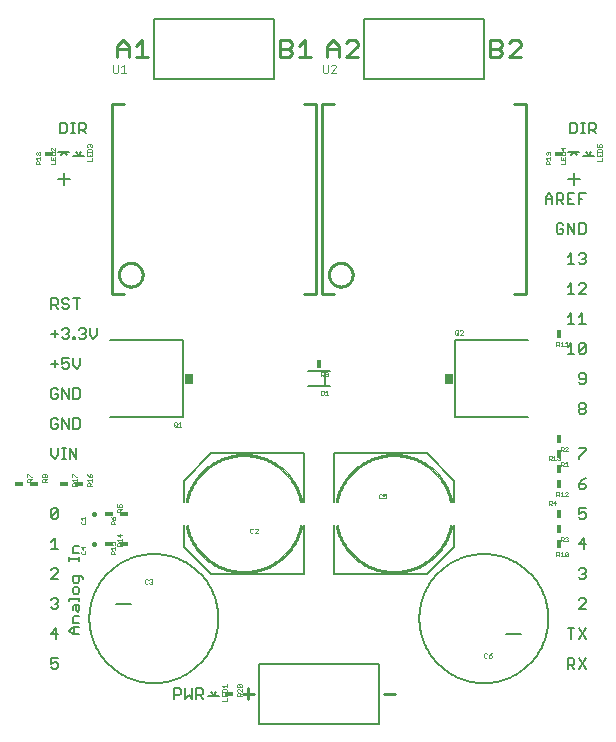
<source format=gbr>
G04 EAGLE Gerber RS-274X export*
G75*
%MOMM*%
%FSLAX34Y34*%
%LPD*%
%INSilkscreen Top*%
%IPPOS*%
%AMOC8*
5,1,8,0,0,1.08239X$1,22.5*%
G01*
%ADD10C,0.279400*%
%ADD11C,0.203200*%
%ADD12C,0.152400*%
%ADD13R,0.406400X0.711200*%
%ADD14C,0.025400*%
%ADD15R,0.711200X0.406400*%
%ADD16C,0.406400*%
%ADD17C,0.020319*%
%ADD18R,0.762000X0.863600*%
%ADD19C,0.127000*%
%ADD20C,0.254000*%
%ADD21C,0.050800*%


D10*
X95654Y564007D02*
X95654Y574006D01*
X100653Y579006D01*
X105653Y574006D01*
X105653Y564007D01*
X105653Y571506D02*
X95654Y571506D01*
X112025Y574006D02*
X117025Y579006D01*
X117025Y564007D01*
X112025Y564007D02*
X122025Y564007D01*
X233807Y564007D02*
X233807Y579006D01*
X241306Y579006D01*
X243806Y576506D01*
X243806Y574006D01*
X241306Y571506D01*
X243806Y569007D01*
X243806Y566507D01*
X241306Y564007D01*
X233807Y564007D01*
X233807Y571506D02*
X241306Y571506D01*
X250179Y574006D02*
X255178Y579006D01*
X255178Y564007D01*
X250179Y564007D02*
X260178Y564007D01*
X273454Y564007D02*
X273454Y574006D01*
X278453Y579006D01*
X283453Y574006D01*
X283453Y564007D01*
X283453Y571506D02*
X273454Y571506D01*
X289825Y564007D02*
X299825Y564007D01*
X299825Y574006D02*
X289825Y564007D01*
X299825Y574006D02*
X299825Y576506D01*
X297325Y579006D01*
X292325Y579006D01*
X289825Y576506D01*
X411607Y579006D02*
X411607Y564007D01*
X411607Y579006D02*
X419106Y579006D01*
X421606Y576506D01*
X421606Y574006D01*
X419106Y571506D01*
X421606Y569007D01*
X421606Y566507D01*
X419106Y564007D01*
X411607Y564007D01*
X411607Y571506D02*
X419106Y571506D01*
X427979Y564007D02*
X437978Y564007D01*
X427979Y564007D02*
X437978Y574006D01*
X437978Y576506D01*
X435478Y579006D01*
X430478Y579006D01*
X427979Y576506D01*
D11*
X55974Y461017D02*
X45466Y461017D01*
X50720Y466271D02*
X50720Y455763D01*
X477266Y461017D02*
X487774Y461017D01*
X482520Y466271D02*
X482520Y455763D01*
D10*
X212056Y25406D02*
X202057Y25406D01*
X207057Y20407D02*
X207057Y30406D01*
X321437Y25406D02*
X331436Y25406D01*
D12*
X144272Y21082D02*
X144272Y29725D01*
X148594Y29725D01*
X150034Y28285D01*
X150034Y25404D01*
X148594Y23963D01*
X144272Y23963D01*
X153627Y21082D02*
X153627Y29725D01*
X156508Y23963D02*
X153627Y21082D01*
X156508Y23963D02*
X159389Y21082D01*
X159389Y29725D01*
X162982Y29725D02*
X162982Y21082D01*
X162982Y29725D02*
X167304Y29725D01*
X168745Y28285D01*
X168745Y25404D01*
X167304Y23963D01*
X162982Y23963D01*
X165864Y23963D02*
X168745Y21082D01*
X47752Y499872D02*
X47752Y508515D01*
X47752Y499872D02*
X52074Y499872D01*
X53514Y501313D01*
X53514Y507075D01*
X52074Y508515D01*
X47752Y508515D01*
X57107Y499872D02*
X59988Y499872D01*
X58548Y499872D02*
X58548Y508515D01*
X59988Y508515D02*
X57107Y508515D01*
X63344Y508515D02*
X63344Y499872D01*
X63344Y508515D02*
X67666Y508515D01*
X69106Y507075D01*
X69106Y504194D01*
X67666Y502753D01*
X63344Y502753D01*
X66225Y502753D02*
X69106Y499872D01*
X479552Y499872D02*
X479552Y508515D01*
X479552Y499872D02*
X483874Y499872D01*
X485314Y501313D01*
X485314Y507075D01*
X483874Y508515D01*
X479552Y508515D01*
X488907Y499872D02*
X491788Y499872D01*
X490348Y499872D02*
X490348Y508515D01*
X491788Y508515D02*
X488907Y508515D01*
X495144Y508515D02*
X495144Y499872D01*
X495144Y508515D02*
X499466Y508515D01*
X500906Y507075D01*
X500906Y504194D01*
X499466Y502753D01*
X495144Y502753D01*
X498025Y502753D02*
X500906Y499872D01*
D13*
X469900Y228600D03*
D14*
X471433Y221491D02*
X471433Y217678D01*
X471433Y221491D02*
X473339Y221491D01*
X473975Y220856D01*
X473975Y219585D01*
X473339Y218949D01*
X471433Y218949D01*
X472704Y218949D02*
X473975Y217678D01*
X475175Y220220D02*
X476446Y221491D01*
X476446Y217678D01*
X475175Y217678D02*
X477717Y217678D01*
D13*
X469900Y241300D03*
D14*
X471433Y234191D02*
X471433Y230378D01*
X471433Y234191D02*
X473339Y234191D01*
X473975Y233556D01*
X473975Y232285D01*
X473339Y231649D01*
X471433Y231649D01*
X472704Y231649D02*
X473975Y230378D01*
X475175Y230378D02*
X477717Y230378D01*
X475175Y230378D02*
X477717Y232920D01*
X477717Y233556D01*
X477082Y234191D01*
X475810Y234191D01*
X475175Y233556D01*
D13*
X469900Y165100D03*
D14*
X471433Y157991D02*
X471433Y154178D01*
X471433Y157991D02*
X473339Y157991D01*
X473975Y157356D01*
X473975Y156085D01*
X473339Y155449D01*
X471433Y155449D01*
X472704Y155449D02*
X473975Y154178D01*
X475175Y157356D02*
X475810Y157991D01*
X477082Y157991D01*
X477717Y157356D01*
X477717Y156720D01*
X477082Y156085D01*
X476446Y156085D01*
X477082Y156085D02*
X477717Y155449D01*
X477717Y154814D01*
X477082Y154178D01*
X475810Y154178D01*
X475175Y154814D01*
D13*
X469900Y177800D03*
D14*
X461137Y184912D02*
X461137Y188725D01*
X463044Y188725D01*
X463679Y188090D01*
X463679Y186819D01*
X463044Y186183D01*
X461137Y186183D01*
X462408Y186183D02*
X463679Y184912D01*
X466786Y184912D02*
X466786Y188725D01*
X464879Y186819D01*
X467421Y186819D01*
D15*
X88900Y177800D03*
D14*
X96009Y179333D02*
X99822Y179333D01*
X96009Y179333D02*
X96009Y181239D01*
X96644Y181875D01*
X97915Y181875D01*
X98551Y181239D01*
X98551Y179333D01*
X98551Y180604D02*
X99822Y181875D01*
X96009Y183075D02*
X96009Y185617D01*
X96009Y183075D02*
X97915Y183075D01*
X97280Y184346D01*
X97280Y184982D01*
X97915Y185617D01*
X99186Y185617D01*
X99822Y184982D01*
X99822Y183710D01*
X99186Y183075D01*
D15*
X101600Y177800D03*
D14*
X94488Y169037D02*
X90675Y169037D01*
X90675Y170944D01*
X91310Y171579D01*
X92581Y171579D01*
X93217Y170944D01*
X93217Y169037D01*
X93217Y170308D02*
X94488Y171579D01*
X91310Y174050D02*
X90675Y175321D01*
X91310Y174050D02*
X92581Y172779D01*
X93852Y172779D01*
X94488Y173415D01*
X94488Y174686D01*
X93852Y175321D01*
X93217Y175321D01*
X92581Y174686D01*
X92581Y172779D01*
D16*
X76505Y177800D02*
X75895Y177800D01*
D14*
X65910Y171579D02*
X65275Y170944D01*
X65275Y169673D01*
X65910Y169037D01*
X68452Y169037D01*
X69088Y169673D01*
X69088Y170944D01*
X68452Y171579D01*
X66546Y172779D02*
X65275Y174050D01*
X69088Y174050D01*
X69088Y172779D02*
X69088Y175321D01*
D15*
X12700Y203200D03*
D14*
X19809Y204733D02*
X23622Y204733D01*
X19809Y204733D02*
X19809Y206639D01*
X20444Y207275D01*
X21715Y207275D01*
X22351Y206639D01*
X22351Y204733D01*
X22351Y206004D02*
X23622Y207275D01*
X19809Y208475D02*
X19809Y211017D01*
X20444Y211017D01*
X22986Y208475D01*
X23622Y208475D01*
D15*
X25400Y203200D03*
D14*
X32509Y204733D02*
X36322Y204733D01*
X32509Y204733D02*
X32509Y206639D01*
X33144Y207275D01*
X34415Y207275D01*
X35051Y206639D01*
X35051Y204733D01*
X35051Y206004D02*
X36322Y207275D01*
X33144Y208475D02*
X32509Y209110D01*
X32509Y210382D01*
X33144Y211017D01*
X33780Y211017D01*
X34415Y210382D01*
X35051Y211017D01*
X35686Y211017D01*
X36322Y210382D01*
X36322Y209110D01*
X35686Y208475D01*
X35051Y208475D01*
X34415Y209110D01*
X33780Y208475D01*
X33144Y208475D01*
X34415Y209110D02*
X34415Y210382D01*
D11*
X254200Y167800D02*
X254200Y126800D01*
X175200Y126800D01*
X152200Y149800D01*
X152200Y167800D01*
X152200Y187800D02*
X152200Y205800D01*
X175200Y228800D01*
X254200Y228800D01*
X254200Y187800D01*
D17*
X252575Y188084D02*
X250784Y187714D01*
X250784Y187715D02*
X250528Y188872D01*
X250244Y190022D01*
X249932Y191166D01*
X249592Y192301D01*
X249225Y193428D01*
X248831Y194545D01*
X248409Y195653D01*
X247960Y196749D01*
X247485Y197835D01*
X246983Y198909D01*
X246456Y199970D01*
X245902Y201018D01*
X245323Y202052D01*
X244720Y203072D01*
X244091Y204076D01*
X243439Y205065D01*
X242762Y206038D01*
X242062Y206994D01*
X241338Y207933D01*
X240592Y208854D01*
X239824Y209756D01*
X239034Y210640D01*
X238223Y211504D01*
X237391Y212347D01*
X236539Y213171D01*
X235666Y213973D01*
X234775Y214754D01*
X233865Y215512D01*
X232936Y216249D01*
X231990Y216962D01*
X231027Y217653D01*
X230047Y218319D01*
X229051Y218962D01*
X228040Y219580D01*
X227014Y220173D01*
X225974Y220741D01*
X224920Y221283D01*
X223853Y221800D01*
X222775Y222290D01*
X221684Y222754D01*
X220583Y223191D01*
X219471Y223602D01*
X218350Y223985D01*
X217219Y224340D01*
X216080Y224668D01*
X214934Y224968D01*
X213780Y225240D01*
X212621Y225484D01*
X211455Y225700D01*
X210285Y225887D01*
X209111Y226045D01*
X207933Y226175D01*
X206752Y226276D01*
X205569Y226348D01*
X204385Y226392D01*
X203200Y226406D01*
X202015Y226392D01*
X200831Y226348D01*
X199648Y226276D01*
X198467Y226175D01*
X197289Y226045D01*
X196115Y225887D01*
X194945Y225700D01*
X193779Y225484D01*
X192620Y225240D01*
X191466Y224968D01*
X190320Y224668D01*
X189181Y224340D01*
X188050Y223985D01*
X186929Y223602D01*
X185817Y223191D01*
X184716Y222754D01*
X183625Y222290D01*
X182547Y221800D01*
X181480Y221283D01*
X180426Y220741D01*
X179386Y220173D01*
X178360Y219580D01*
X177349Y218962D01*
X176353Y218319D01*
X175373Y217653D01*
X174410Y216962D01*
X173464Y216249D01*
X172535Y215512D01*
X171625Y214754D01*
X170734Y213973D01*
X169861Y213171D01*
X169009Y212347D01*
X168177Y211504D01*
X167366Y210640D01*
X166576Y209756D01*
X165808Y208854D01*
X165062Y207933D01*
X164338Y206994D01*
X163638Y206038D01*
X162961Y205065D01*
X162309Y204076D01*
X161680Y203072D01*
X161077Y202052D01*
X160498Y201018D01*
X159944Y199970D01*
X159417Y198909D01*
X158915Y197835D01*
X158440Y196749D01*
X157991Y195653D01*
X157569Y194545D01*
X157175Y193428D01*
X156808Y192301D01*
X156468Y191166D01*
X156156Y190022D01*
X155872Y188872D01*
X155616Y187715D01*
X153825Y188084D01*
X154090Y189285D01*
X154385Y190479D01*
X154708Y191665D01*
X155061Y192843D01*
X155442Y194012D01*
X155851Y195172D01*
X156289Y196321D01*
X156754Y197459D01*
X157248Y198586D01*
X157768Y199700D01*
X158315Y200801D01*
X158890Y201889D01*
X159490Y202962D01*
X160116Y204020D01*
X160769Y205063D01*
X161446Y206089D01*
X162148Y207099D01*
X162874Y208091D01*
X163625Y209065D01*
X164399Y210021D01*
X165196Y210957D01*
X166016Y211874D01*
X166858Y212770D01*
X167721Y213646D01*
X168605Y214500D01*
X169510Y215333D01*
X170436Y216143D01*
X171380Y216930D01*
X172344Y217695D01*
X173325Y218435D01*
X174325Y219151D01*
X175342Y219843D01*
X176375Y220510D01*
X177424Y221151D01*
X178489Y221766D01*
X179568Y222356D01*
X180662Y222919D01*
X181768Y223455D01*
X182888Y223964D01*
X184019Y224445D01*
X185162Y224899D01*
X186316Y225325D01*
X187480Y225722D01*
X188653Y226091D01*
X189834Y226432D01*
X191024Y226743D01*
X192221Y227025D01*
X193424Y227279D01*
X194633Y227502D01*
X195848Y227696D01*
X197066Y227861D01*
X198289Y227995D01*
X199514Y228100D01*
X200741Y228175D01*
X201970Y228220D01*
X203200Y228235D01*
X204430Y228220D01*
X205659Y228175D01*
X206886Y228100D01*
X208111Y227995D01*
X209334Y227861D01*
X210552Y227696D01*
X211767Y227502D01*
X212976Y227279D01*
X214179Y227025D01*
X215376Y226743D01*
X216566Y226432D01*
X217747Y226091D01*
X218920Y225722D01*
X220084Y225325D01*
X221238Y224899D01*
X222381Y224445D01*
X223512Y223964D01*
X224632Y223455D01*
X225738Y222919D01*
X226832Y222356D01*
X227911Y221766D01*
X228976Y221151D01*
X230025Y220510D01*
X231058Y219843D01*
X232075Y219151D01*
X233075Y218435D01*
X234056Y217695D01*
X235020Y216930D01*
X235964Y216143D01*
X236890Y215333D01*
X237795Y214500D01*
X238679Y213646D01*
X239542Y212770D01*
X240384Y211874D01*
X241204Y210957D01*
X242001Y210021D01*
X242775Y209065D01*
X243526Y208091D01*
X244252Y207099D01*
X244954Y206089D01*
X245631Y205063D01*
X246284Y204020D01*
X246910Y202962D01*
X247510Y201889D01*
X248085Y200801D01*
X248632Y199700D01*
X249152Y198586D01*
X249646Y197459D01*
X250111Y196321D01*
X250549Y195172D01*
X250958Y194012D01*
X251339Y192843D01*
X251692Y191665D01*
X252015Y190479D01*
X252310Y189285D01*
X252575Y188084D01*
X252387Y188045D01*
X252123Y189242D01*
X251829Y190431D01*
X251507Y191613D01*
X251156Y192786D01*
X250776Y193951D01*
X250368Y195106D01*
X249932Y196251D01*
X249469Y197385D01*
X248977Y198507D01*
X248459Y199617D01*
X247914Y200714D01*
X247342Y201797D01*
X246743Y202866D01*
X246119Y203921D01*
X245470Y204959D01*
X244795Y205982D01*
X244096Y206987D01*
X243372Y207976D01*
X242624Y208946D01*
X241853Y209898D01*
X241059Y210831D01*
X240243Y211744D01*
X239404Y212637D01*
X238544Y213510D01*
X237663Y214361D01*
X236761Y215190D01*
X235840Y215997D01*
X234899Y216782D01*
X233939Y217543D01*
X232961Y218280D01*
X231965Y218994D01*
X230952Y219683D01*
X229923Y220347D01*
X228877Y220986D01*
X227817Y221599D01*
X226742Y222186D01*
X225653Y222747D01*
X224550Y223281D01*
X223435Y223788D01*
X222308Y224268D01*
X221169Y224720D01*
X220020Y225144D01*
X218861Y225540D01*
X217692Y225908D01*
X216515Y226247D01*
X215330Y226557D01*
X214137Y226838D01*
X212939Y227090D01*
X211734Y227313D01*
X210524Y227506D01*
X209310Y227670D01*
X208093Y227804D01*
X206872Y227909D01*
X205649Y227983D01*
X204425Y228028D01*
X203200Y228043D01*
X201975Y228028D01*
X200751Y227983D01*
X199528Y227909D01*
X198307Y227804D01*
X197090Y227670D01*
X195876Y227506D01*
X194666Y227313D01*
X193461Y227090D01*
X192263Y226838D01*
X191070Y226557D01*
X189885Y226247D01*
X188708Y225908D01*
X187539Y225540D01*
X186380Y225144D01*
X185231Y224720D01*
X184092Y224268D01*
X182965Y223788D01*
X181850Y223281D01*
X180747Y222747D01*
X179658Y222186D01*
X178583Y221599D01*
X177523Y220986D01*
X176477Y220347D01*
X175448Y219683D01*
X174435Y218994D01*
X173439Y218280D01*
X172461Y217543D01*
X171501Y216782D01*
X170560Y215997D01*
X169639Y215190D01*
X168737Y214361D01*
X167856Y213510D01*
X166996Y212637D01*
X166157Y211744D01*
X165341Y210831D01*
X164547Y209898D01*
X163776Y208946D01*
X163028Y207976D01*
X162304Y206987D01*
X161605Y205982D01*
X160930Y204959D01*
X160281Y203921D01*
X159657Y202866D01*
X159058Y201797D01*
X158486Y200714D01*
X157941Y199617D01*
X157423Y198507D01*
X156931Y197385D01*
X156468Y196251D01*
X156032Y195106D01*
X155624Y193951D01*
X155244Y192786D01*
X154893Y191613D01*
X154571Y190431D01*
X154277Y189242D01*
X154013Y188045D01*
X154201Y188007D01*
X154464Y189198D01*
X154757Y190383D01*
X155078Y191560D01*
X155427Y192729D01*
X155806Y193890D01*
X156212Y195040D01*
X156646Y196181D01*
X157108Y197310D01*
X157598Y198428D01*
X158114Y199534D01*
X158657Y200627D01*
X159227Y201706D01*
X159823Y202771D01*
X160445Y203821D01*
X161092Y204856D01*
X161764Y205874D01*
X162461Y206876D01*
X163182Y207861D01*
X163927Y208827D01*
X164695Y209776D01*
X165486Y210705D01*
X166299Y211615D01*
X167135Y212504D01*
X167991Y213373D01*
X168869Y214221D01*
X169767Y215047D01*
X170685Y215851D01*
X171623Y216633D01*
X172579Y217391D01*
X173553Y218126D01*
X174545Y218837D01*
X175554Y219523D01*
X176580Y220185D01*
X177621Y220821D01*
X178677Y221432D01*
X179748Y222017D01*
X180833Y222575D01*
X181932Y223107D01*
X183043Y223612D01*
X184165Y224090D01*
X185300Y224541D01*
X186445Y224963D01*
X187599Y225358D01*
X188764Y225724D01*
X189936Y226062D01*
X191117Y226371D01*
X192305Y226651D01*
X193499Y226902D01*
X194699Y227124D01*
X195904Y227316D01*
X197113Y227480D01*
X198326Y227613D01*
X199542Y227717D01*
X200760Y227791D01*
X201980Y227836D01*
X203200Y227851D01*
X204420Y227836D01*
X205640Y227791D01*
X206858Y227717D01*
X208074Y227613D01*
X209287Y227480D01*
X210496Y227316D01*
X211701Y227124D01*
X212901Y226902D01*
X214095Y226651D01*
X215283Y226371D01*
X216464Y226062D01*
X217636Y225724D01*
X218801Y225358D01*
X219955Y224963D01*
X221100Y224541D01*
X222235Y224090D01*
X223357Y223612D01*
X224468Y223107D01*
X225567Y222575D01*
X226652Y222017D01*
X227723Y221432D01*
X228779Y220821D01*
X229820Y220185D01*
X230846Y219523D01*
X231855Y218837D01*
X232847Y218126D01*
X233821Y217391D01*
X234777Y216633D01*
X235715Y215851D01*
X236633Y215047D01*
X237531Y214221D01*
X238409Y213373D01*
X239265Y212504D01*
X240101Y211615D01*
X240914Y210705D01*
X241705Y209776D01*
X242473Y208827D01*
X243218Y207861D01*
X243939Y206876D01*
X244636Y205874D01*
X245308Y204856D01*
X245955Y203821D01*
X246577Y202771D01*
X247173Y201706D01*
X247743Y200627D01*
X248286Y199534D01*
X248802Y198428D01*
X249292Y197310D01*
X249754Y196181D01*
X250188Y195040D01*
X250594Y193890D01*
X250973Y192729D01*
X251322Y191560D01*
X251643Y190383D01*
X251936Y189198D01*
X252199Y188007D01*
X252011Y187968D01*
X251749Y189155D01*
X251458Y190335D01*
X251138Y191508D01*
X250789Y192673D01*
X250412Y193828D01*
X250008Y194975D01*
X249575Y196111D01*
X249115Y197236D01*
X248627Y198350D01*
X248113Y199451D01*
X247572Y200539D01*
X247004Y201614D01*
X246410Y202675D01*
X245791Y203721D01*
X245146Y204752D01*
X244477Y205767D01*
X243783Y206765D01*
X243065Y207746D01*
X242323Y208709D01*
X241557Y209653D01*
X240769Y210579D01*
X239959Y211485D01*
X239127Y212371D01*
X238273Y213237D01*
X237399Y214081D01*
X236504Y214904D01*
X235590Y215705D01*
X234656Y216484D01*
X233704Y217239D01*
X232733Y217971D01*
X231745Y218679D01*
X230740Y219363D01*
X229718Y220022D01*
X228681Y220656D01*
X227628Y221265D01*
X226562Y221847D01*
X225481Y222404D01*
X224387Y222934D01*
X223280Y223437D01*
X222161Y223913D01*
X221032Y224361D01*
X219891Y224782D01*
X218741Y225175D01*
X217581Y225540D01*
X216413Y225876D01*
X215237Y226184D01*
X214054Y226463D01*
X212864Y226713D01*
X211669Y226935D01*
X210468Y227126D01*
X209263Y227289D01*
X208055Y227422D01*
X206844Y227526D01*
X205630Y227600D01*
X204416Y227644D01*
X203200Y227659D01*
X201984Y227644D01*
X200770Y227600D01*
X199556Y227526D01*
X198345Y227422D01*
X197137Y227289D01*
X195932Y227126D01*
X194731Y226935D01*
X193536Y226713D01*
X192346Y226463D01*
X191163Y226184D01*
X189987Y225876D01*
X188819Y225540D01*
X187659Y225175D01*
X186509Y224782D01*
X185368Y224361D01*
X184239Y223913D01*
X183120Y223437D01*
X182013Y222934D01*
X180919Y222404D01*
X179838Y221847D01*
X178772Y221265D01*
X177719Y220656D01*
X176682Y220022D01*
X175660Y219363D01*
X174655Y218679D01*
X173667Y217971D01*
X172696Y217239D01*
X171744Y216484D01*
X170810Y215705D01*
X169896Y214904D01*
X169001Y214081D01*
X168127Y213237D01*
X167273Y212371D01*
X166441Y211485D01*
X165631Y210579D01*
X164843Y209653D01*
X164077Y208709D01*
X163335Y207746D01*
X162617Y206765D01*
X161923Y205767D01*
X161254Y204752D01*
X160609Y203721D01*
X159990Y202675D01*
X159396Y201614D01*
X158828Y200539D01*
X158287Y199451D01*
X157773Y198350D01*
X157285Y197236D01*
X156825Y196111D01*
X156392Y194975D01*
X155988Y193828D01*
X155611Y192673D01*
X155262Y191508D01*
X154942Y190335D01*
X154651Y189155D01*
X154389Y187968D01*
X154577Y187929D01*
X154838Y189111D01*
X155128Y190287D01*
X155447Y191455D01*
X155794Y192616D01*
X156170Y193767D01*
X156573Y194909D01*
X157004Y196040D01*
X157462Y197161D01*
X157948Y198271D01*
X158460Y199368D01*
X158999Y200452D01*
X159565Y201523D01*
X160156Y202580D01*
X160773Y203622D01*
X161415Y204649D01*
X162082Y205659D01*
X162774Y206653D01*
X163489Y207630D01*
X164228Y208590D01*
X164990Y209531D01*
X165775Y210453D01*
X166583Y211356D01*
X167412Y212238D01*
X168262Y213101D01*
X169133Y213942D01*
X170024Y214762D01*
X170935Y215560D01*
X171865Y216335D01*
X172814Y217087D01*
X173781Y217817D01*
X174765Y218522D01*
X175767Y219203D01*
X176784Y219860D01*
X177817Y220491D01*
X178866Y221097D01*
X179929Y221678D01*
X181005Y222232D01*
X182095Y222760D01*
X183197Y223261D01*
X184312Y223735D01*
X185437Y224182D01*
X186573Y224601D01*
X187719Y224993D01*
X188874Y225356D01*
X190038Y225691D01*
X191210Y225998D01*
X192388Y226276D01*
X193573Y226525D01*
X194764Y226745D01*
X195960Y226936D01*
X197160Y227098D01*
X198364Y227231D01*
X199570Y227334D01*
X200779Y227408D01*
X201989Y227452D01*
X203200Y227467D01*
X204411Y227452D01*
X205621Y227408D01*
X206830Y227334D01*
X208036Y227231D01*
X209240Y227098D01*
X210440Y226936D01*
X211636Y226745D01*
X212827Y226525D01*
X214012Y226276D01*
X215190Y225998D01*
X216362Y225691D01*
X217526Y225356D01*
X218681Y224993D01*
X219827Y224601D01*
X220963Y224182D01*
X222088Y223735D01*
X223203Y223261D01*
X224305Y222760D01*
X225395Y222232D01*
X226471Y221678D01*
X227534Y221097D01*
X228583Y220491D01*
X229616Y219860D01*
X230633Y219203D01*
X231635Y218522D01*
X232619Y217817D01*
X233586Y217087D01*
X234535Y216335D01*
X235465Y215560D01*
X236376Y214762D01*
X237267Y213942D01*
X238138Y213101D01*
X238988Y212238D01*
X239817Y211356D01*
X240625Y210453D01*
X241410Y209531D01*
X242172Y208590D01*
X242911Y207630D01*
X243626Y206653D01*
X244318Y205659D01*
X244985Y204649D01*
X245627Y203622D01*
X246244Y202580D01*
X246835Y201523D01*
X247401Y200452D01*
X247940Y199368D01*
X248452Y198271D01*
X248938Y197161D01*
X249396Y196040D01*
X249827Y194909D01*
X250230Y193767D01*
X250606Y192616D01*
X250953Y191455D01*
X251272Y190287D01*
X251562Y189111D01*
X251823Y187929D01*
X251635Y187890D01*
X251375Y189068D01*
X251086Y190239D01*
X250768Y191403D01*
X250422Y192559D01*
X250049Y193706D01*
X249647Y194843D01*
X249218Y195970D01*
X248761Y197087D01*
X248277Y198192D01*
X247767Y199285D01*
X247230Y200365D01*
X246666Y201432D01*
X246077Y202484D01*
X245463Y203522D01*
X244823Y204545D01*
X244159Y205552D01*
X243470Y206542D01*
X242757Y207515D01*
X242021Y208471D01*
X241262Y209408D01*
X240480Y210327D01*
X239676Y211226D01*
X238850Y212105D01*
X238003Y212964D01*
X237135Y213802D01*
X236247Y214619D01*
X235340Y215414D01*
X234413Y216186D01*
X233468Y216936D01*
X232505Y217662D01*
X231525Y218365D01*
X230527Y219043D01*
X229514Y219697D01*
X228484Y220326D01*
X227440Y220930D01*
X226381Y221508D01*
X225309Y222060D01*
X224223Y222586D01*
X223125Y223085D01*
X222015Y223558D01*
X220894Y224003D01*
X219762Y224420D01*
X218621Y224810D01*
X217470Y225172D01*
X216311Y225506D01*
X215144Y225812D01*
X213970Y226089D01*
X212789Y226337D01*
X211603Y226556D01*
X210412Y226747D01*
X209217Y226908D01*
X208018Y227040D01*
X206816Y227143D01*
X205612Y227216D01*
X204406Y227260D01*
X203200Y227275D01*
X201994Y227260D01*
X200788Y227216D01*
X199584Y227143D01*
X198382Y227040D01*
X197183Y226908D01*
X195988Y226747D01*
X194797Y226556D01*
X193611Y226337D01*
X192430Y226089D01*
X191256Y225812D01*
X190089Y225506D01*
X188930Y225172D01*
X187779Y224810D01*
X186638Y224420D01*
X185506Y224003D01*
X184385Y223558D01*
X183275Y223085D01*
X182177Y222586D01*
X181091Y222060D01*
X180019Y221508D01*
X178960Y220930D01*
X177916Y220326D01*
X176886Y219697D01*
X175873Y219043D01*
X174875Y218365D01*
X173895Y217662D01*
X172932Y216936D01*
X171987Y216186D01*
X171060Y215414D01*
X170153Y214619D01*
X169265Y213802D01*
X168397Y212964D01*
X167550Y212105D01*
X166724Y211226D01*
X165920Y210327D01*
X165138Y209408D01*
X164379Y208471D01*
X163643Y207515D01*
X162930Y206542D01*
X162241Y205552D01*
X161577Y204545D01*
X160937Y203522D01*
X160323Y202484D01*
X159734Y201432D01*
X159170Y200365D01*
X158633Y199285D01*
X158123Y198192D01*
X157639Y197087D01*
X157182Y195970D01*
X156753Y194843D01*
X156351Y193706D01*
X155978Y192559D01*
X155632Y191403D01*
X155314Y190239D01*
X155025Y189068D01*
X154765Y187890D01*
X154953Y187851D01*
X155212Y189025D01*
X155500Y190191D01*
X155816Y191351D01*
X156161Y192502D01*
X156533Y193644D01*
X156933Y194777D01*
X157361Y195900D01*
X157816Y197012D01*
X158298Y198113D01*
X158806Y199202D01*
X159341Y200278D01*
X159902Y201340D01*
X160489Y202389D01*
X161101Y203423D01*
X161739Y204441D01*
X162400Y205444D01*
X163087Y206431D01*
X163796Y207400D01*
X164530Y208352D01*
X165286Y209286D01*
X166065Y210201D01*
X166866Y211096D01*
X167689Y211972D01*
X168532Y212828D01*
X169397Y213663D01*
X170281Y214476D01*
X171185Y215268D01*
X172108Y216037D01*
X173049Y216784D01*
X174009Y217507D01*
X174985Y218207D01*
X175979Y218883D01*
X176989Y219535D01*
X178014Y220161D01*
X179054Y220763D01*
X180109Y221339D01*
X181177Y221889D01*
X182258Y222412D01*
X183352Y222910D01*
X184458Y223380D01*
X185575Y223824D01*
X186702Y224240D01*
X187839Y224628D01*
X188985Y224989D01*
X190140Y225321D01*
X191302Y225625D01*
X192472Y225901D01*
X193648Y226148D01*
X194829Y226367D01*
X196016Y226557D01*
X197207Y226717D01*
X198401Y226849D01*
X199598Y226951D01*
X200798Y227024D01*
X201998Y227068D01*
X203200Y227083D01*
X204402Y227068D01*
X205602Y227024D01*
X206802Y226951D01*
X207999Y226849D01*
X209193Y226717D01*
X210384Y226557D01*
X211571Y226367D01*
X212752Y226148D01*
X213928Y225901D01*
X215098Y225625D01*
X216260Y225321D01*
X217415Y224989D01*
X218561Y224628D01*
X219698Y224240D01*
X220825Y223824D01*
X221942Y223380D01*
X223048Y222910D01*
X224142Y222412D01*
X225223Y221889D01*
X226291Y221339D01*
X227346Y220763D01*
X228386Y220161D01*
X229411Y219535D01*
X230421Y218883D01*
X231415Y218207D01*
X232391Y217507D01*
X233351Y216784D01*
X234292Y216037D01*
X235215Y215268D01*
X236119Y214476D01*
X237003Y213663D01*
X237868Y212828D01*
X238711Y211972D01*
X239534Y211096D01*
X240335Y210201D01*
X241114Y209286D01*
X241870Y208352D01*
X242604Y207400D01*
X243313Y206431D01*
X244000Y205444D01*
X244661Y204441D01*
X245299Y203423D01*
X245911Y202389D01*
X246498Y201340D01*
X247059Y200278D01*
X247594Y199202D01*
X248102Y198113D01*
X248584Y197012D01*
X249039Y195900D01*
X249467Y194777D01*
X249867Y193644D01*
X250239Y192502D01*
X250584Y191351D01*
X250900Y190191D01*
X251188Y189025D01*
X251447Y187851D01*
X251259Y187813D01*
X251001Y188981D01*
X250714Y190143D01*
X250399Y191298D01*
X250056Y192445D01*
X249685Y193583D01*
X249286Y194711D01*
X248860Y195830D01*
X248407Y196938D01*
X247927Y198034D01*
X247420Y199119D01*
X246888Y200190D01*
X246329Y201249D01*
X245744Y202293D01*
X245134Y203323D01*
X244500Y204338D01*
X243840Y205337D01*
X243157Y206320D01*
X242450Y207285D01*
X241719Y208233D01*
X240966Y209163D01*
X240190Y210075D01*
X239392Y210967D01*
X238573Y211839D01*
X237733Y212692D01*
X236872Y213523D01*
X235991Y214334D01*
X235090Y215122D01*
X234171Y215888D01*
X233233Y216632D01*
X232277Y217353D01*
X231305Y218050D01*
X230315Y218723D01*
X229309Y219372D01*
X228288Y219996D01*
X227252Y220595D01*
X226201Y221169D01*
X225137Y221717D01*
X224060Y222239D01*
X222970Y222734D01*
X221869Y223203D01*
X220756Y223644D01*
X219634Y224059D01*
X218501Y224446D01*
X217359Y224805D01*
X216209Y225136D01*
X215051Y225439D01*
X213886Y225714D01*
X212715Y225960D01*
X211538Y226178D01*
X210356Y226367D01*
X209170Y226527D01*
X207980Y226658D01*
X206788Y226760D01*
X205593Y226833D01*
X204397Y226876D01*
X203200Y226891D01*
X202003Y226876D01*
X200807Y226833D01*
X199612Y226760D01*
X198420Y226658D01*
X197230Y226527D01*
X196044Y226367D01*
X194862Y226178D01*
X193685Y225960D01*
X192514Y225714D01*
X191349Y225439D01*
X190191Y225136D01*
X189041Y224805D01*
X187899Y224446D01*
X186766Y224059D01*
X185644Y223644D01*
X184531Y223203D01*
X183430Y222734D01*
X182340Y222239D01*
X181263Y221717D01*
X180199Y221169D01*
X179148Y220595D01*
X178112Y219996D01*
X177091Y219372D01*
X176085Y218723D01*
X175095Y218050D01*
X174123Y217353D01*
X173167Y216632D01*
X172229Y215888D01*
X171310Y215122D01*
X170409Y214334D01*
X169528Y213523D01*
X168667Y212692D01*
X167827Y211839D01*
X167008Y210967D01*
X166210Y210075D01*
X165434Y209163D01*
X164681Y208233D01*
X163950Y207285D01*
X163243Y206320D01*
X162560Y205337D01*
X161900Y204338D01*
X161266Y203323D01*
X160656Y202293D01*
X160071Y201249D01*
X159512Y200190D01*
X158980Y199119D01*
X158473Y198034D01*
X157993Y196938D01*
X157540Y195830D01*
X157114Y194711D01*
X156715Y193583D01*
X156344Y192445D01*
X156001Y191298D01*
X155686Y190143D01*
X155399Y188981D01*
X155141Y187813D01*
X155329Y187774D01*
X155586Y188938D01*
X155872Y190096D01*
X156186Y191246D01*
X156528Y192388D01*
X156897Y193521D01*
X157294Y194646D01*
X157719Y195760D01*
X158170Y196863D01*
X158648Y197955D01*
X159153Y199035D01*
X159683Y200103D01*
X160240Y201157D01*
X160822Y202198D01*
X161430Y203224D01*
X162062Y204234D01*
X162719Y205229D01*
X163399Y206208D01*
X164104Y207170D01*
X164831Y208114D01*
X165582Y209041D01*
X166355Y209949D01*
X167149Y210837D01*
X167966Y211706D01*
X168803Y212555D01*
X169660Y213384D01*
X170538Y214191D01*
X171435Y214976D01*
X172350Y215740D01*
X173285Y216480D01*
X174236Y217198D01*
X175206Y217893D01*
X176191Y218563D01*
X177193Y219210D01*
X178210Y219831D01*
X179242Y220428D01*
X180289Y220999D01*
X181349Y221545D01*
X182422Y222065D01*
X183507Y222558D01*
X184604Y223025D01*
X185712Y223465D01*
X186831Y223878D01*
X187959Y224263D01*
X189096Y224621D01*
X190242Y224951D01*
X191395Y225253D01*
X192556Y225526D01*
X193722Y225772D01*
X194895Y225989D01*
X196072Y226177D01*
X197254Y226336D01*
X198439Y226467D01*
X199626Y226568D01*
X200816Y226641D01*
X202008Y226684D01*
X203200Y226699D01*
X204392Y226684D01*
X205584Y226641D01*
X206774Y226568D01*
X207961Y226467D01*
X209146Y226336D01*
X210328Y226177D01*
X211505Y225989D01*
X212678Y225772D01*
X213844Y225526D01*
X215005Y225253D01*
X216158Y224951D01*
X217304Y224621D01*
X218441Y224263D01*
X219569Y223878D01*
X220688Y223465D01*
X221796Y223025D01*
X222893Y222558D01*
X223978Y222065D01*
X225051Y221545D01*
X226111Y220999D01*
X227158Y220428D01*
X228190Y219831D01*
X229207Y219210D01*
X230209Y218563D01*
X231194Y217893D01*
X232164Y217198D01*
X233115Y216480D01*
X234050Y215740D01*
X234965Y214976D01*
X235862Y214191D01*
X236740Y213384D01*
X237597Y212555D01*
X238434Y211706D01*
X239251Y210837D01*
X240045Y209949D01*
X240818Y209041D01*
X241569Y208114D01*
X242296Y207170D01*
X243001Y206208D01*
X243681Y205229D01*
X244338Y204234D01*
X244970Y203224D01*
X245578Y202198D01*
X246160Y201157D01*
X246717Y200103D01*
X247247Y199035D01*
X247752Y197955D01*
X248230Y196863D01*
X248681Y195760D01*
X249106Y194646D01*
X249503Y193521D01*
X249872Y192388D01*
X250214Y191246D01*
X250528Y190096D01*
X250814Y188938D01*
X251071Y187774D01*
X250883Y187735D01*
X250627Y188895D01*
X250342Y190048D01*
X250029Y191193D01*
X249689Y192331D01*
X249321Y193460D01*
X248925Y194580D01*
X248503Y195690D01*
X248053Y196789D01*
X247577Y197876D01*
X247074Y198952D01*
X246546Y200016D01*
X245991Y201066D01*
X245411Y202102D01*
X244806Y203124D01*
X244176Y204131D01*
X243522Y205122D01*
X242844Y206097D01*
X242143Y207055D01*
X241418Y207996D01*
X240670Y208918D01*
X239900Y209823D01*
X239109Y210708D01*
X238296Y211574D01*
X237462Y212419D01*
X236608Y213244D01*
X235734Y214048D01*
X234841Y214830D01*
X233928Y215591D01*
X232998Y216329D01*
X232050Y217044D01*
X231084Y217735D01*
X230103Y218403D01*
X229105Y219047D01*
X228091Y219666D01*
X227063Y220261D01*
X226021Y220830D01*
X224965Y221373D01*
X223896Y221891D01*
X222815Y222383D01*
X221723Y222848D01*
X220619Y223286D01*
X219505Y223697D01*
X218381Y224081D01*
X217248Y224437D01*
X216107Y224766D01*
X214958Y225066D01*
X213802Y225339D01*
X212640Y225583D01*
X211473Y225799D01*
X210300Y225987D01*
X209123Y226146D01*
X207943Y226276D01*
X206760Y226377D01*
X205574Y226449D01*
X204387Y226493D01*
X203200Y226507D01*
X202013Y226493D01*
X200826Y226449D01*
X199640Y226377D01*
X198457Y226276D01*
X197277Y226146D01*
X196100Y225987D01*
X194927Y225799D01*
X193760Y225583D01*
X192598Y225339D01*
X191442Y225066D01*
X190293Y224766D01*
X189152Y224437D01*
X188019Y224081D01*
X186895Y223697D01*
X185781Y223286D01*
X184677Y222848D01*
X183585Y222383D01*
X182504Y221891D01*
X181435Y221373D01*
X180379Y220830D01*
X179337Y220261D01*
X178309Y219666D01*
X177295Y219047D01*
X176297Y218403D01*
X175316Y217735D01*
X174350Y217044D01*
X173402Y216329D01*
X172472Y215591D01*
X171559Y214830D01*
X170666Y214048D01*
X169792Y213244D01*
X168938Y212419D01*
X168104Y211574D01*
X167291Y210708D01*
X166500Y209823D01*
X165730Y208918D01*
X164982Y207996D01*
X164257Y207055D01*
X163556Y206097D01*
X162878Y205122D01*
X162224Y204131D01*
X161594Y203124D01*
X160989Y202102D01*
X160409Y201066D01*
X159854Y200016D01*
X159326Y198952D01*
X158823Y197876D01*
X158347Y196789D01*
X157897Y195690D01*
X157475Y194580D01*
X157079Y193460D01*
X156711Y192331D01*
X156371Y191193D01*
X156058Y190048D01*
X155773Y188895D01*
X155517Y187735D01*
X153825Y167516D02*
X155616Y167886D01*
X155616Y167885D02*
X155872Y166728D01*
X156156Y165578D01*
X156468Y164434D01*
X156808Y163299D01*
X157175Y162172D01*
X157569Y161055D01*
X157991Y159947D01*
X158440Y158851D01*
X158915Y157765D01*
X159417Y156691D01*
X159944Y155630D01*
X160498Y154582D01*
X161077Y153548D01*
X161680Y152528D01*
X162309Y151524D01*
X162961Y150535D01*
X163638Y149562D01*
X164338Y148606D01*
X165062Y147667D01*
X165808Y146746D01*
X166576Y145844D01*
X167366Y144960D01*
X168177Y144096D01*
X169009Y143253D01*
X169861Y142429D01*
X170734Y141627D01*
X171625Y140846D01*
X172535Y140088D01*
X173464Y139351D01*
X174410Y138638D01*
X175373Y137947D01*
X176353Y137281D01*
X177349Y136638D01*
X178360Y136020D01*
X179386Y135427D01*
X180426Y134859D01*
X181480Y134317D01*
X182547Y133800D01*
X183625Y133310D01*
X184716Y132846D01*
X185817Y132409D01*
X186929Y131998D01*
X188050Y131615D01*
X189181Y131260D01*
X190320Y130932D01*
X191466Y130632D01*
X192620Y130360D01*
X193779Y130116D01*
X194945Y129900D01*
X196115Y129713D01*
X197289Y129555D01*
X198467Y129425D01*
X199648Y129324D01*
X200831Y129252D01*
X202015Y129208D01*
X203200Y129194D01*
X204385Y129208D01*
X205569Y129252D01*
X206752Y129324D01*
X207933Y129425D01*
X209111Y129555D01*
X210285Y129713D01*
X211455Y129900D01*
X212621Y130116D01*
X213780Y130360D01*
X214934Y130632D01*
X216080Y130932D01*
X217219Y131260D01*
X218350Y131615D01*
X219471Y131998D01*
X220583Y132409D01*
X221684Y132846D01*
X222775Y133310D01*
X223853Y133800D01*
X224920Y134317D01*
X225974Y134859D01*
X227014Y135427D01*
X228040Y136020D01*
X229051Y136638D01*
X230047Y137281D01*
X231027Y137947D01*
X231990Y138638D01*
X232936Y139351D01*
X233865Y140088D01*
X234775Y140846D01*
X235666Y141627D01*
X236539Y142429D01*
X237391Y143253D01*
X238223Y144096D01*
X239034Y144960D01*
X239824Y145844D01*
X240592Y146746D01*
X241338Y147667D01*
X242062Y148606D01*
X242762Y149562D01*
X243439Y150535D01*
X244091Y151524D01*
X244720Y152528D01*
X245323Y153548D01*
X245902Y154582D01*
X246456Y155630D01*
X246983Y156691D01*
X247485Y157765D01*
X247960Y158851D01*
X248409Y159947D01*
X248831Y161055D01*
X249225Y162172D01*
X249592Y163299D01*
X249932Y164434D01*
X250244Y165578D01*
X250528Y166728D01*
X250784Y167885D01*
X252575Y167516D01*
X252310Y166315D01*
X252015Y165121D01*
X251692Y163935D01*
X251339Y162757D01*
X250958Y161588D01*
X250549Y160428D01*
X250111Y159279D01*
X249646Y158141D01*
X249152Y157014D01*
X248632Y155900D01*
X248085Y154799D01*
X247510Y153711D01*
X246910Y152638D01*
X246284Y151580D01*
X245631Y150537D01*
X244954Y149511D01*
X244252Y148501D01*
X243526Y147509D01*
X242775Y146535D01*
X242001Y145579D01*
X241204Y144643D01*
X240384Y143726D01*
X239542Y142830D01*
X238679Y141954D01*
X237795Y141100D01*
X236890Y140267D01*
X235964Y139457D01*
X235020Y138670D01*
X234056Y137905D01*
X233075Y137165D01*
X232075Y136449D01*
X231058Y135757D01*
X230025Y135090D01*
X228976Y134449D01*
X227911Y133834D01*
X226832Y133244D01*
X225738Y132681D01*
X224632Y132145D01*
X223512Y131636D01*
X222381Y131155D01*
X221238Y130701D01*
X220084Y130275D01*
X218920Y129878D01*
X217747Y129509D01*
X216566Y129168D01*
X215376Y128857D01*
X214179Y128575D01*
X212976Y128321D01*
X211767Y128098D01*
X210552Y127904D01*
X209334Y127739D01*
X208111Y127605D01*
X206886Y127500D01*
X205659Y127425D01*
X204430Y127380D01*
X203200Y127365D01*
X201970Y127380D01*
X200741Y127425D01*
X199514Y127500D01*
X198289Y127605D01*
X197066Y127739D01*
X195848Y127904D01*
X194633Y128098D01*
X193424Y128321D01*
X192221Y128575D01*
X191024Y128857D01*
X189834Y129168D01*
X188653Y129509D01*
X187480Y129878D01*
X186316Y130275D01*
X185162Y130701D01*
X184019Y131155D01*
X182888Y131636D01*
X181768Y132145D01*
X180662Y132681D01*
X179568Y133244D01*
X178489Y133834D01*
X177424Y134449D01*
X176375Y135090D01*
X175342Y135757D01*
X174325Y136449D01*
X173325Y137165D01*
X172344Y137905D01*
X171380Y138670D01*
X170436Y139457D01*
X169510Y140267D01*
X168605Y141100D01*
X167721Y141954D01*
X166858Y142830D01*
X166016Y143726D01*
X165196Y144643D01*
X164399Y145579D01*
X163625Y146535D01*
X162874Y147509D01*
X162148Y148501D01*
X161446Y149511D01*
X160769Y150537D01*
X160116Y151580D01*
X159490Y152638D01*
X158890Y153711D01*
X158315Y154799D01*
X157768Y155900D01*
X157248Y157014D01*
X156754Y158141D01*
X156289Y159279D01*
X155851Y160428D01*
X155442Y161588D01*
X155061Y162757D01*
X154708Y163935D01*
X154385Y165121D01*
X154090Y166315D01*
X153825Y167516D01*
X154013Y167555D01*
X154277Y166358D01*
X154571Y165169D01*
X154893Y163987D01*
X155244Y162814D01*
X155624Y161649D01*
X156032Y160494D01*
X156468Y159349D01*
X156931Y158215D01*
X157423Y157093D01*
X157941Y155983D01*
X158486Y154886D01*
X159058Y153803D01*
X159657Y152734D01*
X160281Y151679D01*
X160930Y150641D01*
X161605Y149618D01*
X162304Y148613D01*
X163028Y147624D01*
X163776Y146654D01*
X164547Y145702D01*
X165341Y144769D01*
X166157Y143856D01*
X166996Y142963D01*
X167856Y142090D01*
X168737Y141239D01*
X169639Y140410D01*
X170560Y139603D01*
X171501Y138818D01*
X172461Y138057D01*
X173439Y137320D01*
X174435Y136606D01*
X175448Y135917D01*
X176477Y135253D01*
X177523Y134614D01*
X178583Y134001D01*
X179658Y133414D01*
X180747Y132853D01*
X181850Y132319D01*
X182965Y131812D01*
X184092Y131332D01*
X185231Y130880D01*
X186380Y130456D01*
X187539Y130060D01*
X188708Y129692D01*
X189885Y129353D01*
X191070Y129043D01*
X192263Y128762D01*
X193461Y128510D01*
X194666Y128287D01*
X195876Y128094D01*
X197090Y127930D01*
X198307Y127796D01*
X199528Y127691D01*
X200751Y127617D01*
X201975Y127572D01*
X203200Y127557D01*
X204425Y127572D01*
X205649Y127617D01*
X206872Y127691D01*
X208093Y127796D01*
X209310Y127930D01*
X210524Y128094D01*
X211734Y128287D01*
X212939Y128510D01*
X214137Y128762D01*
X215330Y129043D01*
X216515Y129353D01*
X217692Y129692D01*
X218861Y130060D01*
X220020Y130456D01*
X221169Y130880D01*
X222308Y131332D01*
X223435Y131812D01*
X224550Y132319D01*
X225653Y132853D01*
X226742Y133414D01*
X227817Y134001D01*
X228877Y134614D01*
X229923Y135253D01*
X230952Y135917D01*
X231965Y136606D01*
X232961Y137320D01*
X233939Y138057D01*
X234899Y138818D01*
X235840Y139603D01*
X236761Y140410D01*
X237663Y141239D01*
X238544Y142090D01*
X239404Y142963D01*
X240243Y143856D01*
X241059Y144769D01*
X241853Y145702D01*
X242624Y146654D01*
X243372Y147624D01*
X244096Y148613D01*
X244795Y149618D01*
X245470Y150641D01*
X246119Y151679D01*
X246743Y152734D01*
X247342Y153803D01*
X247914Y154886D01*
X248459Y155983D01*
X248977Y157093D01*
X249469Y158215D01*
X249932Y159349D01*
X250368Y160494D01*
X250776Y161649D01*
X251156Y162814D01*
X251507Y163987D01*
X251829Y165169D01*
X252123Y166358D01*
X252387Y167555D01*
X252199Y167593D01*
X251936Y166402D01*
X251643Y165217D01*
X251322Y164040D01*
X250973Y162871D01*
X250594Y161710D01*
X250188Y160560D01*
X249754Y159419D01*
X249292Y158290D01*
X248802Y157172D01*
X248286Y156066D01*
X247743Y154973D01*
X247173Y153894D01*
X246577Y152829D01*
X245955Y151779D01*
X245308Y150744D01*
X244636Y149726D01*
X243939Y148724D01*
X243218Y147739D01*
X242473Y146773D01*
X241705Y145824D01*
X240914Y144895D01*
X240101Y143985D01*
X239265Y143096D01*
X238409Y142227D01*
X237531Y141379D01*
X236633Y140553D01*
X235715Y139749D01*
X234777Y138967D01*
X233821Y138209D01*
X232847Y137474D01*
X231855Y136763D01*
X230846Y136077D01*
X229820Y135415D01*
X228779Y134779D01*
X227723Y134168D01*
X226652Y133583D01*
X225567Y133025D01*
X224468Y132493D01*
X223357Y131988D01*
X222235Y131510D01*
X221100Y131059D01*
X219955Y130637D01*
X218801Y130242D01*
X217636Y129876D01*
X216464Y129538D01*
X215283Y129229D01*
X214095Y128949D01*
X212901Y128698D01*
X211701Y128476D01*
X210496Y128284D01*
X209287Y128120D01*
X208074Y127987D01*
X206858Y127883D01*
X205640Y127809D01*
X204420Y127764D01*
X203200Y127749D01*
X201980Y127764D01*
X200760Y127809D01*
X199542Y127883D01*
X198326Y127987D01*
X197113Y128120D01*
X195904Y128284D01*
X194699Y128476D01*
X193499Y128698D01*
X192305Y128949D01*
X191117Y129229D01*
X189936Y129538D01*
X188764Y129876D01*
X187599Y130242D01*
X186445Y130637D01*
X185300Y131059D01*
X184165Y131510D01*
X183043Y131988D01*
X181932Y132493D01*
X180833Y133025D01*
X179748Y133583D01*
X178677Y134168D01*
X177621Y134779D01*
X176580Y135415D01*
X175554Y136077D01*
X174545Y136763D01*
X173553Y137474D01*
X172579Y138209D01*
X171623Y138967D01*
X170685Y139749D01*
X169767Y140553D01*
X168869Y141379D01*
X167991Y142227D01*
X167135Y143096D01*
X166299Y143985D01*
X165486Y144895D01*
X164695Y145824D01*
X163927Y146773D01*
X163182Y147739D01*
X162461Y148724D01*
X161764Y149726D01*
X161092Y150744D01*
X160445Y151779D01*
X159823Y152829D01*
X159227Y153894D01*
X158657Y154973D01*
X158114Y156066D01*
X157598Y157172D01*
X157108Y158290D01*
X156646Y159419D01*
X156212Y160560D01*
X155806Y161710D01*
X155427Y162871D01*
X155078Y164040D01*
X154757Y165217D01*
X154464Y166402D01*
X154201Y167593D01*
X154389Y167632D01*
X154651Y166445D01*
X154942Y165265D01*
X155262Y164092D01*
X155611Y162927D01*
X155988Y161772D01*
X156392Y160625D01*
X156825Y159489D01*
X157285Y158364D01*
X157773Y157250D01*
X158287Y156149D01*
X158828Y155061D01*
X159396Y153986D01*
X159990Y152925D01*
X160609Y151879D01*
X161254Y150848D01*
X161923Y149833D01*
X162617Y148835D01*
X163335Y147854D01*
X164077Y146891D01*
X164843Y145947D01*
X165631Y145021D01*
X166441Y144115D01*
X167273Y143229D01*
X168127Y142363D01*
X169001Y141519D01*
X169896Y140696D01*
X170810Y139895D01*
X171744Y139116D01*
X172696Y138361D01*
X173667Y137629D01*
X174655Y136921D01*
X175660Y136237D01*
X176682Y135578D01*
X177719Y134944D01*
X178772Y134335D01*
X179838Y133753D01*
X180919Y133196D01*
X182013Y132666D01*
X183120Y132163D01*
X184239Y131687D01*
X185368Y131239D01*
X186509Y130818D01*
X187659Y130425D01*
X188819Y130060D01*
X189987Y129724D01*
X191163Y129416D01*
X192346Y129137D01*
X193536Y128887D01*
X194731Y128665D01*
X195932Y128474D01*
X197137Y128311D01*
X198345Y128178D01*
X199556Y128074D01*
X200770Y128000D01*
X201984Y127956D01*
X203200Y127941D01*
X204416Y127956D01*
X205630Y128000D01*
X206844Y128074D01*
X208055Y128178D01*
X209263Y128311D01*
X210468Y128474D01*
X211669Y128665D01*
X212864Y128887D01*
X214054Y129137D01*
X215237Y129416D01*
X216413Y129724D01*
X217581Y130060D01*
X218741Y130425D01*
X219891Y130818D01*
X221032Y131239D01*
X222161Y131687D01*
X223280Y132163D01*
X224387Y132666D01*
X225481Y133196D01*
X226562Y133753D01*
X227628Y134335D01*
X228681Y134944D01*
X229718Y135578D01*
X230740Y136237D01*
X231745Y136921D01*
X232733Y137629D01*
X233704Y138361D01*
X234656Y139116D01*
X235590Y139895D01*
X236504Y140696D01*
X237399Y141519D01*
X238273Y142363D01*
X239127Y143229D01*
X239959Y144115D01*
X240769Y145021D01*
X241557Y145947D01*
X242323Y146891D01*
X243065Y147854D01*
X243783Y148835D01*
X244477Y149833D01*
X245146Y150848D01*
X245791Y151879D01*
X246410Y152925D01*
X247004Y153986D01*
X247572Y155061D01*
X248113Y156149D01*
X248627Y157250D01*
X249115Y158364D01*
X249575Y159489D01*
X250008Y160625D01*
X250412Y161772D01*
X250789Y162927D01*
X251138Y164092D01*
X251458Y165265D01*
X251749Y166445D01*
X252011Y167632D01*
X251823Y167671D01*
X251562Y166489D01*
X251272Y165313D01*
X250953Y164145D01*
X250606Y162984D01*
X250230Y161833D01*
X249827Y160691D01*
X249396Y159560D01*
X248938Y158439D01*
X248452Y157329D01*
X247940Y156232D01*
X247401Y155148D01*
X246835Y154077D01*
X246244Y153020D01*
X245627Y151978D01*
X244985Y150951D01*
X244318Y149941D01*
X243626Y148947D01*
X242911Y147970D01*
X242172Y147010D01*
X241410Y146069D01*
X240625Y145147D01*
X239817Y144244D01*
X238988Y143362D01*
X238138Y142499D01*
X237267Y141658D01*
X236376Y140838D01*
X235465Y140040D01*
X234535Y139265D01*
X233586Y138513D01*
X232619Y137783D01*
X231635Y137078D01*
X230633Y136397D01*
X229616Y135740D01*
X228583Y135109D01*
X227534Y134503D01*
X226471Y133922D01*
X225395Y133368D01*
X224305Y132840D01*
X223203Y132339D01*
X222088Y131865D01*
X220963Y131418D01*
X219827Y130999D01*
X218681Y130607D01*
X217526Y130244D01*
X216362Y129909D01*
X215190Y129602D01*
X214012Y129324D01*
X212827Y129075D01*
X211636Y128855D01*
X210440Y128664D01*
X209240Y128502D01*
X208036Y128369D01*
X206830Y128266D01*
X205621Y128192D01*
X204411Y128148D01*
X203200Y128133D01*
X201989Y128148D01*
X200779Y128192D01*
X199570Y128266D01*
X198364Y128369D01*
X197160Y128502D01*
X195960Y128664D01*
X194764Y128855D01*
X193573Y129075D01*
X192388Y129324D01*
X191210Y129602D01*
X190038Y129909D01*
X188874Y130244D01*
X187719Y130607D01*
X186573Y130999D01*
X185437Y131418D01*
X184312Y131865D01*
X183197Y132339D01*
X182095Y132840D01*
X181005Y133368D01*
X179929Y133922D01*
X178866Y134503D01*
X177817Y135109D01*
X176784Y135740D01*
X175767Y136397D01*
X174765Y137078D01*
X173781Y137783D01*
X172814Y138513D01*
X171865Y139265D01*
X170935Y140040D01*
X170024Y140838D01*
X169133Y141658D01*
X168262Y142499D01*
X167412Y143362D01*
X166583Y144244D01*
X165775Y145147D01*
X164990Y146069D01*
X164228Y147010D01*
X163489Y147970D01*
X162774Y148947D01*
X162082Y149941D01*
X161415Y150951D01*
X160773Y151978D01*
X160156Y153020D01*
X159565Y154077D01*
X158999Y155148D01*
X158460Y156232D01*
X157948Y157329D01*
X157462Y158439D01*
X157004Y159560D01*
X156573Y160691D01*
X156170Y161833D01*
X155794Y162984D01*
X155447Y164145D01*
X155128Y165313D01*
X154838Y166489D01*
X154577Y167671D01*
X154765Y167710D01*
X155025Y166532D01*
X155314Y165361D01*
X155632Y164197D01*
X155978Y163041D01*
X156351Y161894D01*
X156753Y160757D01*
X157182Y159630D01*
X157639Y158513D01*
X158123Y157408D01*
X158633Y156315D01*
X159170Y155235D01*
X159734Y154168D01*
X160323Y153116D01*
X160937Y152078D01*
X161577Y151055D01*
X162241Y150048D01*
X162930Y149058D01*
X163643Y148085D01*
X164379Y147129D01*
X165138Y146192D01*
X165920Y145273D01*
X166724Y144374D01*
X167550Y143495D01*
X168397Y142636D01*
X169265Y141798D01*
X170153Y140981D01*
X171060Y140186D01*
X171987Y139414D01*
X172932Y138664D01*
X173895Y137938D01*
X174875Y137235D01*
X175873Y136557D01*
X176886Y135903D01*
X177916Y135274D01*
X178960Y134670D01*
X180019Y134092D01*
X181091Y133540D01*
X182177Y133014D01*
X183275Y132515D01*
X184385Y132042D01*
X185506Y131597D01*
X186638Y131180D01*
X187779Y130790D01*
X188930Y130428D01*
X190089Y130094D01*
X191256Y129788D01*
X192430Y129511D01*
X193611Y129263D01*
X194797Y129044D01*
X195988Y128853D01*
X197183Y128692D01*
X198382Y128560D01*
X199584Y128457D01*
X200788Y128384D01*
X201994Y128340D01*
X203200Y128325D01*
X204406Y128340D01*
X205612Y128384D01*
X206816Y128457D01*
X208018Y128560D01*
X209217Y128692D01*
X210412Y128853D01*
X211603Y129044D01*
X212789Y129263D01*
X213970Y129511D01*
X215144Y129788D01*
X216311Y130094D01*
X217470Y130428D01*
X218621Y130790D01*
X219762Y131180D01*
X220894Y131597D01*
X222015Y132042D01*
X223125Y132515D01*
X224223Y133014D01*
X225309Y133540D01*
X226381Y134092D01*
X227440Y134670D01*
X228484Y135274D01*
X229514Y135903D01*
X230527Y136557D01*
X231525Y137235D01*
X232505Y137938D01*
X233468Y138664D01*
X234413Y139414D01*
X235340Y140186D01*
X236247Y140981D01*
X237135Y141798D01*
X238003Y142636D01*
X238850Y143495D01*
X239676Y144374D01*
X240480Y145273D01*
X241262Y146192D01*
X242021Y147129D01*
X242757Y148085D01*
X243470Y149058D01*
X244159Y150048D01*
X244823Y151055D01*
X245463Y152078D01*
X246077Y153116D01*
X246666Y154168D01*
X247230Y155235D01*
X247767Y156315D01*
X248277Y157408D01*
X248761Y158513D01*
X249218Y159630D01*
X249647Y160757D01*
X250049Y161894D01*
X250422Y163041D01*
X250768Y164197D01*
X251086Y165361D01*
X251375Y166532D01*
X251635Y167710D01*
X251447Y167749D01*
X251188Y166575D01*
X250900Y165409D01*
X250584Y164249D01*
X250239Y163098D01*
X249867Y161956D01*
X249467Y160823D01*
X249039Y159700D01*
X248584Y158588D01*
X248102Y157487D01*
X247594Y156398D01*
X247059Y155322D01*
X246498Y154260D01*
X245911Y153211D01*
X245299Y152177D01*
X244661Y151159D01*
X244000Y150156D01*
X243313Y149169D01*
X242604Y148200D01*
X241870Y147248D01*
X241114Y146314D01*
X240335Y145399D01*
X239534Y144504D01*
X238711Y143628D01*
X237868Y142772D01*
X237003Y141937D01*
X236119Y141124D01*
X235215Y140332D01*
X234292Y139563D01*
X233351Y138816D01*
X232391Y138093D01*
X231415Y137393D01*
X230421Y136717D01*
X229411Y136065D01*
X228386Y135439D01*
X227346Y134837D01*
X226291Y134261D01*
X225223Y133711D01*
X224142Y133188D01*
X223048Y132690D01*
X221942Y132220D01*
X220825Y131776D01*
X219698Y131360D01*
X218561Y130972D01*
X217415Y130611D01*
X216260Y130279D01*
X215098Y129975D01*
X213928Y129699D01*
X212752Y129452D01*
X211571Y129233D01*
X210384Y129043D01*
X209193Y128883D01*
X207999Y128751D01*
X206802Y128649D01*
X205602Y128576D01*
X204402Y128532D01*
X203200Y128517D01*
X201998Y128532D01*
X200798Y128576D01*
X199598Y128649D01*
X198401Y128751D01*
X197207Y128883D01*
X196016Y129043D01*
X194829Y129233D01*
X193648Y129452D01*
X192472Y129699D01*
X191302Y129975D01*
X190140Y130279D01*
X188985Y130611D01*
X187839Y130972D01*
X186702Y131360D01*
X185575Y131776D01*
X184458Y132220D01*
X183352Y132690D01*
X182258Y133188D01*
X181177Y133711D01*
X180109Y134261D01*
X179054Y134837D01*
X178014Y135439D01*
X176989Y136065D01*
X175979Y136717D01*
X174985Y137393D01*
X174009Y138093D01*
X173049Y138816D01*
X172108Y139563D01*
X171185Y140332D01*
X170281Y141124D01*
X169397Y141937D01*
X168532Y142772D01*
X167689Y143628D01*
X166866Y144504D01*
X166065Y145399D01*
X165286Y146314D01*
X164530Y147248D01*
X163796Y148200D01*
X163087Y149169D01*
X162400Y150156D01*
X161739Y151159D01*
X161101Y152177D01*
X160489Y153211D01*
X159902Y154260D01*
X159341Y155322D01*
X158806Y156398D01*
X158298Y157487D01*
X157816Y158588D01*
X157361Y159700D01*
X156933Y160823D01*
X156533Y161956D01*
X156161Y163098D01*
X155816Y164249D01*
X155500Y165409D01*
X155212Y166575D01*
X154953Y167749D01*
X155141Y167787D01*
X155399Y166619D01*
X155686Y165457D01*
X156001Y164302D01*
X156344Y163155D01*
X156715Y162017D01*
X157114Y160889D01*
X157540Y159770D01*
X157993Y158662D01*
X158473Y157566D01*
X158980Y156481D01*
X159512Y155410D01*
X160071Y154351D01*
X160656Y153307D01*
X161266Y152277D01*
X161900Y151262D01*
X162560Y150263D01*
X163243Y149280D01*
X163950Y148315D01*
X164681Y147367D01*
X165434Y146437D01*
X166210Y145525D01*
X167008Y144633D01*
X167827Y143761D01*
X168667Y142908D01*
X169528Y142077D01*
X170409Y141266D01*
X171310Y140478D01*
X172229Y139712D01*
X173167Y138968D01*
X174123Y138247D01*
X175095Y137550D01*
X176085Y136877D01*
X177091Y136228D01*
X178112Y135604D01*
X179148Y135005D01*
X180199Y134431D01*
X181263Y133883D01*
X182340Y133361D01*
X183430Y132866D01*
X184531Y132397D01*
X185644Y131956D01*
X186766Y131541D01*
X187899Y131154D01*
X189041Y130795D01*
X190191Y130464D01*
X191349Y130161D01*
X192514Y129886D01*
X193685Y129640D01*
X194862Y129422D01*
X196044Y129233D01*
X197230Y129073D01*
X198420Y128942D01*
X199612Y128840D01*
X200807Y128767D01*
X202003Y128724D01*
X203200Y128709D01*
X204397Y128724D01*
X205593Y128767D01*
X206788Y128840D01*
X207980Y128942D01*
X209170Y129073D01*
X210356Y129233D01*
X211538Y129422D01*
X212715Y129640D01*
X213886Y129886D01*
X215051Y130161D01*
X216209Y130464D01*
X217359Y130795D01*
X218501Y131154D01*
X219634Y131541D01*
X220756Y131956D01*
X221869Y132397D01*
X222970Y132866D01*
X224060Y133361D01*
X225137Y133883D01*
X226201Y134431D01*
X227252Y135005D01*
X228288Y135604D01*
X229309Y136228D01*
X230315Y136877D01*
X231305Y137550D01*
X232277Y138247D01*
X233233Y138968D01*
X234171Y139712D01*
X235090Y140478D01*
X235991Y141266D01*
X236872Y142077D01*
X237733Y142908D01*
X238573Y143761D01*
X239392Y144633D01*
X240190Y145525D01*
X240966Y146437D01*
X241719Y147367D01*
X242450Y148315D01*
X243157Y149280D01*
X243840Y150263D01*
X244500Y151262D01*
X245134Y152277D01*
X245744Y153307D01*
X246329Y154351D01*
X246888Y155410D01*
X247420Y156481D01*
X247927Y157566D01*
X248407Y158662D01*
X248860Y159770D01*
X249286Y160889D01*
X249685Y162017D01*
X250056Y163155D01*
X250399Y164302D01*
X250714Y165457D01*
X251001Y166619D01*
X251259Y167787D01*
X251071Y167826D01*
X250814Y166662D01*
X250528Y165504D01*
X250214Y164354D01*
X249872Y163212D01*
X249503Y162079D01*
X249106Y160954D01*
X248681Y159840D01*
X248230Y158737D01*
X247752Y157645D01*
X247247Y156565D01*
X246717Y155497D01*
X246160Y154443D01*
X245578Y153402D01*
X244970Y152376D01*
X244338Y151366D01*
X243681Y150371D01*
X243001Y149392D01*
X242296Y148430D01*
X241569Y147486D01*
X240818Y146559D01*
X240045Y145651D01*
X239251Y144763D01*
X238434Y143894D01*
X237597Y143045D01*
X236740Y142216D01*
X235862Y141409D01*
X234965Y140624D01*
X234050Y139860D01*
X233115Y139120D01*
X232164Y138402D01*
X231194Y137707D01*
X230209Y137037D01*
X229207Y136390D01*
X228190Y135769D01*
X227158Y135172D01*
X226111Y134601D01*
X225051Y134055D01*
X223978Y133535D01*
X222893Y133042D01*
X221796Y132575D01*
X220688Y132135D01*
X219569Y131722D01*
X218441Y131337D01*
X217304Y130979D01*
X216158Y130649D01*
X215005Y130347D01*
X213844Y130074D01*
X212678Y129828D01*
X211505Y129611D01*
X210328Y129423D01*
X209146Y129264D01*
X207961Y129133D01*
X206774Y129032D01*
X205584Y128959D01*
X204392Y128916D01*
X203200Y128901D01*
X202008Y128916D01*
X200816Y128959D01*
X199626Y129032D01*
X198439Y129133D01*
X197254Y129264D01*
X196072Y129423D01*
X194895Y129611D01*
X193722Y129828D01*
X192556Y130074D01*
X191395Y130347D01*
X190242Y130649D01*
X189096Y130979D01*
X187959Y131337D01*
X186831Y131722D01*
X185712Y132135D01*
X184604Y132575D01*
X183507Y133042D01*
X182422Y133535D01*
X181349Y134055D01*
X180289Y134601D01*
X179242Y135172D01*
X178210Y135769D01*
X177193Y136390D01*
X176191Y137037D01*
X175206Y137707D01*
X174236Y138402D01*
X173285Y139120D01*
X172350Y139860D01*
X171435Y140624D01*
X170538Y141409D01*
X169660Y142216D01*
X168803Y143045D01*
X167966Y143894D01*
X167149Y144763D01*
X166355Y145651D01*
X165582Y146559D01*
X164831Y147486D01*
X164104Y148430D01*
X163399Y149392D01*
X162719Y150371D01*
X162062Y151366D01*
X161430Y152376D01*
X160822Y153402D01*
X160240Y154443D01*
X159683Y155497D01*
X159153Y156565D01*
X158648Y157645D01*
X158170Y158737D01*
X157719Y159840D01*
X157294Y160954D01*
X156897Y162079D01*
X156528Y163212D01*
X156186Y164354D01*
X155872Y165504D01*
X155586Y166662D01*
X155329Y167826D01*
X155517Y167865D01*
X155773Y166705D01*
X156058Y165552D01*
X156371Y164407D01*
X156711Y163269D01*
X157079Y162140D01*
X157475Y161020D01*
X157897Y159910D01*
X158347Y158811D01*
X158823Y157724D01*
X159326Y156648D01*
X159854Y155584D01*
X160409Y154534D01*
X160989Y153498D01*
X161594Y152476D01*
X162224Y151469D01*
X162878Y150478D01*
X163556Y149503D01*
X164257Y148545D01*
X164982Y147604D01*
X165730Y146682D01*
X166500Y145777D01*
X167291Y144892D01*
X168104Y144026D01*
X168938Y143181D01*
X169792Y142356D01*
X170666Y141552D01*
X171559Y140770D01*
X172472Y140009D01*
X173402Y139271D01*
X174350Y138556D01*
X175316Y137865D01*
X176297Y137197D01*
X177295Y136553D01*
X178309Y135934D01*
X179337Y135339D01*
X180379Y134770D01*
X181435Y134227D01*
X182504Y133709D01*
X183585Y133217D01*
X184677Y132752D01*
X185781Y132314D01*
X186895Y131903D01*
X188019Y131519D01*
X189152Y131163D01*
X190293Y130834D01*
X191442Y130534D01*
X192598Y130261D01*
X193760Y130017D01*
X194927Y129801D01*
X196100Y129613D01*
X197277Y129454D01*
X198457Y129324D01*
X199640Y129223D01*
X200826Y129151D01*
X202013Y129107D01*
X203200Y129093D01*
X204387Y129107D01*
X205574Y129151D01*
X206760Y129223D01*
X207943Y129324D01*
X209123Y129454D01*
X210300Y129613D01*
X211473Y129801D01*
X212640Y130017D01*
X213802Y130261D01*
X214958Y130534D01*
X216107Y130834D01*
X217248Y131163D01*
X218381Y131519D01*
X219505Y131903D01*
X220619Y132314D01*
X221723Y132752D01*
X222815Y133217D01*
X223896Y133709D01*
X224965Y134227D01*
X226021Y134770D01*
X227063Y135339D01*
X228091Y135934D01*
X229105Y136553D01*
X230103Y137197D01*
X231084Y137865D01*
X232050Y138556D01*
X232998Y139271D01*
X233928Y140009D01*
X234841Y140770D01*
X235734Y141552D01*
X236608Y142356D01*
X237462Y143181D01*
X238296Y144026D01*
X239109Y144892D01*
X239900Y145777D01*
X240670Y146682D01*
X241418Y147604D01*
X242143Y148545D01*
X242844Y149503D01*
X243522Y150478D01*
X244176Y151469D01*
X244806Y152476D01*
X245411Y153498D01*
X245991Y154534D01*
X246546Y155584D01*
X247074Y156648D01*
X247577Y157724D01*
X248053Y158811D01*
X248503Y159910D01*
X248925Y161020D01*
X249321Y162140D01*
X249689Y163269D01*
X250029Y164407D01*
X250342Y165552D01*
X250627Y166705D01*
X250883Y167865D01*
D14*
X211085Y164341D02*
X210449Y164976D01*
X209178Y164976D01*
X208543Y164341D01*
X208543Y161799D01*
X209178Y161163D01*
X210449Y161163D01*
X211085Y161799D01*
X212285Y161163D02*
X214827Y161163D01*
X212285Y161163D02*
X214827Y163705D01*
X214827Y164341D01*
X214192Y164976D01*
X212920Y164976D01*
X212285Y164341D01*
D11*
X107950Y101600D02*
X95250Y101600D01*
X72390Y88900D02*
X72406Y90240D01*
X72456Y91580D01*
X72538Y92917D01*
X72653Y94253D01*
X72801Y95585D01*
X72981Y96913D01*
X73194Y98236D01*
X73439Y99554D01*
X73717Y100865D01*
X74027Y102169D01*
X74368Y103465D01*
X74741Y104752D01*
X75146Y106030D01*
X75582Y107298D01*
X76049Y108554D01*
X76547Y109798D01*
X77075Y111030D01*
X77633Y112249D01*
X78221Y113453D01*
X78838Y114643D01*
X79485Y115817D01*
X80159Y116975D01*
X80863Y118116D01*
X81593Y119240D01*
X82352Y120345D01*
X83137Y121431D01*
X83948Y122498D01*
X84786Y123544D01*
X85649Y124570D01*
X86537Y125574D01*
X87449Y126556D01*
X88385Y127515D01*
X89344Y128451D01*
X90326Y129363D01*
X91330Y130251D01*
X92356Y131114D01*
X93402Y131952D01*
X94469Y132763D01*
X95555Y133548D01*
X96660Y134307D01*
X97784Y135037D01*
X98925Y135741D01*
X100083Y136415D01*
X101257Y137062D01*
X102447Y137679D01*
X103651Y138267D01*
X104870Y138825D01*
X106102Y139353D01*
X107346Y139851D01*
X108602Y140318D01*
X109870Y140754D01*
X111148Y141159D01*
X112435Y141532D01*
X113731Y141873D01*
X115035Y142183D01*
X116346Y142461D01*
X117664Y142706D01*
X118987Y142919D01*
X120315Y143099D01*
X121647Y143247D01*
X122983Y143362D01*
X124320Y143444D01*
X125660Y143494D01*
X127000Y143510D01*
X128340Y143494D01*
X129680Y143444D01*
X131017Y143362D01*
X132353Y143247D01*
X133685Y143099D01*
X135013Y142919D01*
X136336Y142706D01*
X137654Y142461D01*
X138965Y142183D01*
X140269Y141873D01*
X141565Y141532D01*
X142852Y141159D01*
X144130Y140754D01*
X145398Y140318D01*
X146654Y139851D01*
X147898Y139353D01*
X149130Y138825D01*
X150349Y138267D01*
X151553Y137679D01*
X152743Y137062D01*
X153917Y136415D01*
X155075Y135741D01*
X156216Y135037D01*
X157340Y134307D01*
X158445Y133548D01*
X159531Y132763D01*
X160598Y131952D01*
X161644Y131114D01*
X162670Y130251D01*
X163674Y129363D01*
X164656Y128451D01*
X165615Y127515D01*
X166551Y126556D01*
X167463Y125574D01*
X168351Y124570D01*
X169214Y123544D01*
X170052Y122498D01*
X170863Y121431D01*
X171648Y120345D01*
X172407Y119240D01*
X173137Y118116D01*
X173841Y116975D01*
X174515Y115817D01*
X175162Y114643D01*
X175779Y113453D01*
X176367Y112249D01*
X176925Y111030D01*
X177453Y109798D01*
X177951Y108554D01*
X178418Y107298D01*
X178854Y106030D01*
X179259Y104752D01*
X179632Y103465D01*
X179973Y102169D01*
X180283Y100865D01*
X180561Y99554D01*
X180806Y98236D01*
X181019Y96913D01*
X181199Y95585D01*
X181347Y94253D01*
X181462Y92917D01*
X181544Y91580D01*
X181594Y90240D01*
X181610Y88900D01*
X181594Y87560D01*
X181544Y86220D01*
X181462Y84883D01*
X181347Y83547D01*
X181199Y82215D01*
X181019Y80887D01*
X180806Y79564D01*
X180561Y78246D01*
X180283Y76935D01*
X179973Y75631D01*
X179632Y74335D01*
X179259Y73048D01*
X178854Y71770D01*
X178418Y70502D01*
X177951Y69246D01*
X177453Y68002D01*
X176925Y66770D01*
X176367Y65551D01*
X175779Y64347D01*
X175162Y63157D01*
X174515Y61983D01*
X173841Y60825D01*
X173137Y59684D01*
X172407Y58560D01*
X171648Y57455D01*
X170863Y56369D01*
X170052Y55302D01*
X169214Y54256D01*
X168351Y53230D01*
X167463Y52226D01*
X166551Y51244D01*
X165615Y50285D01*
X164656Y49349D01*
X163674Y48437D01*
X162670Y47549D01*
X161644Y46686D01*
X160598Y45848D01*
X159531Y45037D01*
X158445Y44252D01*
X157340Y43493D01*
X156216Y42763D01*
X155075Y42059D01*
X153917Y41385D01*
X152743Y40738D01*
X151553Y40121D01*
X150349Y39533D01*
X149130Y38975D01*
X147898Y38447D01*
X146654Y37949D01*
X145398Y37482D01*
X144130Y37046D01*
X142852Y36641D01*
X141565Y36268D01*
X140269Y35927D01*
X138965Y35617D01*
X137654Y35339D01*
X136336Y35094D01*
X135013Y34881D01*
X133685Y34701D01*
X132353Y34553D01*
X131017Y34438D01*
X129680Y34356D01*
X128340Y34306D01*
X127000Y34290D01*
X125660Y34306D01*
X124320Y34356D01*
X122983Y34438D01*
X121647Y34553D01*
X120315Y34701D01*
X118987Y34881D01*
X117664Y35094D01*
X116346Y35339D01*
X115035Y35617D01*
X113731Y35927D01*
X112435Y36268D01*
X111148Y36641D01*
X109870Y37046D01*
X108602Y37482D01*
X107346Y37949D01*
X106102Y38447D01*
X104870Y38975D01*
X103651Y39533D01*
X102447Y40121D01*
X101257Y40738D01*
X100083Y41385D01*
X98925Y42059D01*
X97784Y42763D01*
X96660Y43493D01*
X95555Y44252D01*
X94469Y45037D01*
X93402Y45848D01*
X92356Y46686D01*
X91330Y47549D01*
X90326Y48437D01*
X89344Y49349D01*
X88385Y50285D01*
X87449Y51244D01*
X86537Y52226D01*
X85649Y53230D01*
X84786Y54256D01*
X83948Y55302D01*
X83137Y56369D01*
X82352Y57455D01*
X81593Y58560D01*
X80863Y59684D01*
X80159Y60825D01*
X79485Y61983D01*
X78838Y63157D01*
X78221Y64347D01*
X77633Y65551D01*
X77075Y66770D01*
X76547Y68002D01*
X76049Y69246D01*
X75582Y70502D01*
X75146Y71770D01*
X74741Y73048D01*
X74368Y74335D01*
X74027Y75631D01*
X73717Y76935D01*
X73439Y78246D01*
X73194Y79564D01*
X72981Y80887D01*
X72801Y82215D01*
X72653Y83547D01*
X72538Y84883D01*
X72456Y86220D01*
X72406Y87560D01*
X72390Y88900D01*
D14*
X121414Y122050D02*
X122049Y121415D01*
X121414Y122050D02*
X120143Y122050D01*
X119507Y121415D01*
X119507Y118873D01*
X120143Y118237D01*
X121414Y118237D01*
X122049Y118873D01*
X123249Y121415D02*
X123885Y122050D01*
X125156Y122050D01*
X125791Y121415D01*
X125791Y120779D01*
X125156Y120144D01*
X124520Y120144D01*
X125156Y120144D02*
X125791Y119508D01*
X125791Y118873D01*
X125156Y118237D01*
X123885Y118237D01*
X123249Y118873D01*
D13*
X266700Y304800D03*
D14*
X268233Y297691D02*
X268233Y293878D01*
X268233Y297691D02*
X270139Y297691D01*
X270775Y297056D01*
X270775Y295785D01*
X270139Y295149D01*
X268233Y295149D01*
X269504Y295149D02*
X270775Y293878D01*
X271975Y294514D02*
X272610Y293878D01*
X273882Y293878D01*
X274517Y294514D01*
X274517Y297056D01*
X273882Y297691D01*
X272610Y297691D01*
X271975Y297056D01*
X271975Y296420D01*
X272610Y295785D01*
X274517Y295785D01*
D11*
X275700Y285600D02*
X271700Y285600D01*
X257700Y285600D01*
X271700Y298600D02*
X275700Y298600D01*
X271700Y298600D02*
X257700Y298600D01*
X271700Y298600D02*
X271700Y285600D01*
D14*
X268233Y281816D02*
X268233Y278003D01*
X270139Y278003D01*
X270775Y278639D01*
X270775Y281181D01*
X270139Y281816D01*
X268233Y281816D01*
X271975Y280545D02*
X273246Y281816D01*
X273246Y278003D01*
X271975Y278003D02*
X274517Y278003D01*
D11*
X151590Y324870D02*
X89646Y324866D01*
X151590Y324870D02*
X151590Y259330D01*
X89646Y259334D01*
D18*
X156416Y292100D03*
D14*
X143963Y254511D02*
X143963Y251969D01*
X143963Y254511D02*
X144598Y255146D01*
X145869Y255146D01*
X146505Y254511D01*
X146505Y251969D01*
X145869Y251333D01*
X144598Y251333D01*
X143963Y251969D01*
X145234Y252604D02*
X146505Y251333D01*
X147705Y253875D02*
X148976Y255146D01*
X148976Y251333D01*
X147705Y251333D02*
X150247Y251333D01*
D19*
X127000Y546100D02*
X127000Y596900D01*
X127000Y546100D02*
X228600Y546100D01*
X228600Y596900D01*
X127000Y596900D01*
X304800Y596900D02*
X304800Y546100D01*
X406400Y546100D01*
X406400Y596900D01*
X304800Y596900D01*
X215900Y50800D02*
X215900Y0D01*
X317500Y0D01*
X317500Y50800D01*
X215900Y50800D01*
D11*
X381810Y259330D02*
X443754Y259334D01*
X381810Y259330D02*
X381810Y324870D01*
X443754Y324866D01*
D18*
X376984Y292100D03*
D14*
X382207Y329693D02*
X382207Y332235D01*
X382843Y332870D01*
X384114Y332870D01*
X384749Y332235D01*
X384749Y329693D01*
X384114Y329057D01*
X382843Y329057D01*
X382207Y329693D01*
X383478Y330328D02*
X384749Y329057D01*
X385949Y329057D02*
X388491Y329057D01*
X385949Y329057D02*
X388491Y331599D01*
X388491Y332235D01*
X387856Y332870D01*
X386585Y332870D01*
X385949Y332235D01*
D13*
X469900Y152400D03*
D14*
X467691Y145291D02*
X467691Y141478D01*
X467691Y145291D02*
X469597Y145291D01*
X470233Y144656D01*
X470233Y143385D01*
X469597Y142749D01*
X467691Y142749D01*
X468962Y142749D02*
X470233Y141478D01*
X471433Y144020D02*
X472704Y145291D01*
X472704Y141478D01*
X471433Y141478D02*
X473975Y141478D01*
X475175Y142114D02*
X475175Y144656D01*
X475810Y145291D01*
X477082Y145291D01*
X477717Y144656D01*
X477717Y142114D01*
X477082Y141478D01*
X475810Y141478D01*
X475175Y142114D01*
X477717Y144656D01*
D13*
X469900Y330200D03*
D14*
X467691Y323091D02*
X467691Y319278D01*
X467691Y323091D02*
X469597Y323091D01*
X470233Y322456D01*
X470233Y321185D01*
X469597Y320549D01*
X467691Y320549D01*
X468962Y320549D02*
X470233Y319278D01*
X471433Y321820D02*
X472704Y323091D01*
X472704Y319278D01*
X471433Y319278D02*
X473975Y319278D01*
X475175Y321820D02*
X476446Y323091D01*
X476446Y319278D01*
X475175Y319278D02*
X477717Y319278D01*
D13*
X469900Y203200D03*
D14*
X467691Y196091D02*
X467691Y192278D01*
X467691Y196091D02*
X469597Y196091D01*
X470233Y195456D01*
X470233Y194185D01*
X469597Y193549D01*
X467691Y193549D01*
X468962Y193549D02*
X470233Y192278D01*
X471433Y194820D02*
X472704Y196091D01*
X472704Y192278D01*
X471433Y192278D02*
X473975Y192278D01*
X475175Y192278D02*
X477717Y192278D01*
X475175Y192278D02*
X477717Y194820D01*
X477717Y195456D01*
X477082Y196091D01*
X475810Y196091D01*
X475175Y195456D01*
D13*
X469900Y215900D03*
D14*
X461137Y223012D02*
X461137Y226825D01*
X463044Y226825D01*
X463679Y226190D01*
X463679Y224919D01*
X463044Y224283D01*
X461137Y224283D01*
X462408Y224283D02*
X463679Y223012D01*
X464879Y225554D02*
X466150Y226825D01*
X466150Y223012D01*
X464879Y223012D02*
X467421Y223012D01*
X468621Y226190D02*
X469257Y226825D01*
X470528Y226825D01*
X471163Y226190D01*
X471163Y225554D01*
X470528Y224919D01*
X469892Y224919D01*
X470528Y224919D02*
X471163Y224283D01*
X471163Y223648D01*
X470528Y223012D01*
X469257Y223012D01*
X468621Y223648D01*
D15*
X88900Y152400D03*
D14*
X96009Y150191D02*
X99822Y150191D01*
X96009Y150191D02*
X96009Y152097D01*
X96644Y152733D01*
X97915Y152733D01*
X98551Y152097D01*
X98551Y150191D01*
X98551Y151462D02*
X99822Y152733D01*
X97280Y153933D02*
X96009Y155204D01*
X99822Y155204D01*
X99822Y153933D02*
X99822Y156475D01*
X99822Y159582D02*
X96009Y159582D01*
X97915Y157675D01*
X97915Y160217D01*
D15*
X101600Y152400D03*
D14*
X94488Y143637D02*
X90675Y143637D01*
X90675Y145544D01*
X91310Y146179D01*
X92581Y146179D01*
X93217Y145544D01*
X93217Y143637D01*
X93217Y144908D02*
X94488Y146179D01*
X91946Y147379D02*
X90675Y148650D01*
X94488Y148650D01*
X94488Y147379D02*
X94488Y149921D01*
X90675Y151121D02*
X90675Y153663D01*
X90675Y151121D02*
X92581Y151121D01*
X91946Y152392D01*
X91946Y153028D01*
X92581Y153663D01*
X93852Y153663D01*
X94488Y153028D01*
X94488Y151757D01*
X93852Y151121D01*
D16*
X76505Y152400D02*
X75895Y152400D01*
D14*
X65910Y146179D02*
X65275Y145544D01*
X65275Y144273D01*
X65910Y143637D01*
X68452Y143637D01*
X69088Y144273D01*
X69088Y145544D01*
X68452Y146179D01*
X69088Y149286D02*
X65275Y149286D01*
X67181Y147379D01*
X67181Y149921D01*
D15*
X63500Y203200D03*
D14*
X70609Y200991D02*
X74422Y200991D01*
X70609Y200991D02*
X70609Y202897D01*
X71244Y203533D01*
X72515Y203533D01*
X73151Y202897D01*
X73151Y200991D01*
X73151Y202262D02*
X74422Y203533D01*
X71880Y204733D02*
X70609Y206004D01*
X74422Y206004D01*
X74422Y204733D02*
X74422Y207275D01*
X71244Y209746D02*
X70609Y211017D01*
X71244Y209746D02*
X72515Y208475D01*
X73786Y208475D01*
X74422Y209110D01*
X74422Y210382D01*
X73786Y211017D01*
X73151Y211017D01*
X72515Y210382D01*
X72515Y208475D01*
D15*
X50800Y203200D03*
D14*
X57909Y200991D02*
X61722Y200991D01*
X57909Y200991D02*
X57909Y202897D01*
X58544Y203533D01*
X59815Y203533D01*
X60451Y202897D01*
X60451Y200991D01*
X60451Y202262D02*
X61722Y203533D01*
X59180Y204733D02*
X57909Y206004D01*
X61722Y206004D01*
X61722Y204733D02*
X61722Y207275D01*
X57909Y208475D02*
X57909Y211017D01*
X58544Y211017D01*
X61086Y208475D01*
X61722Y208475D01*
D11*
X279200Y228800D02*
X279200Y187800D01*
X279200Y228800D02*
X358200Y228800D01*
X381200Y205800D01*
X381200Y187800D01*
X381200Y167800D02*
X381200Y149800D01*
X358200Y126800D01*
X279200Y126800D01*
X279200Y167800D01*
D17*
X280825Y167516D02*
X282616Y167886D01*
X282616Y167885D02*
X282872Y166728D01*
X283156Y165578D01*
X283468Y164434D01*
X283808Y163299D01*
X284175Y162172D01*
X284569Y161055D01*
X284991Y159947D01*
X285440Y158851D01*
X285915Y157765D01*
X286417Y156691D01*
X286944Y155630D01*
X287498Y154582D01*
X288077Y153548D01*
X288680Y152528D01*
X289309Y151524D01*
X289961Y150535D01*
X290638Y149562D01*
X291338Y148606D01*
X292062Y147667D01*
X292808Y146746D01*
X293576Y145844D01*
X294366Y144960D01*
X295177Y144096D01*
X296009Y143253D01*
X296861Y142429D01*
X297734Y141627D01*
X298625Y140846D01*
X299535Y140088D01*
X300464Y139351D01*
X301410Y138638D01*
X302373Y137947D01*
X303353Y137281D01*
X304349Y136638D01*
X305360Y136020D01*
X306386Y135427D01*
X307426Y134859D01*
X308480Y134317D01*
X309547Y133800D01*
X310625Y133310D01*
X311716Y132846D01*
X312817Y132409D01*
X313929Y131998D01*
X315050Y131615D01*
X316181Y131260D01*
X317320Y130932D01*
X318466Y130632D01*
X319620Y130360D01*
X320779Y130116D01*
X321945Y129900D01*
X323115Y129713D01*
X324289Y129555D01*
X325467Y129425D01*
X326648Y129324D01*
X327831Y129252D01*
X329015Y129208D01*
X330200Y129194D01*
X331385Y129208D01*
X332569Y129252D01*
X333752Y129324D01*
X334933Y129425D01*
X336111Y129555D01*
X337285Y129713D01*
X338455Y129900D01*
X339621Y130116D01*
X340780Y130360D01*
X341934Y130632D01*
X343080Y130932D01*
X344219Y131260D01*
X345350Y131615D01*
X346471Y131998D01*
X347583Y132409D01*
X348684Y132846D01*
X349775Y133310D01*
X350853Y133800D01*
X351920Y134317D01*
X352974Y134859D01*
X354014Y135427D01*
X355040Y136020D01*
X356051Y136638D01*
X357047Y137281D01*
X358027Y137947D01*
X358990Y138638D01*
X359936Y139351D01*
X360865Y140088D01*
X361775Y140846D01*
X362666Y141627D01*
X363539Y142429D01*
X364391Y143253D01*
X365223Y144096D01*
X366034Y144960D01*
X366824Y145844D01*
X367592Y146746D01*
X368338Y147667D01*
X369062Y148606D01*
X369762Y149562D01*
X370439Y150535D01*
X371091Y151524D01*
X371720Y152528D01*
X372323Y153548D01*
X372902Y154582D01*
X373456Y155630D01*
X373983Y156691D01*
X374485Y157765D01*
X374960Y158851D01*
X375409Y159947D01*
X375831Y161055D01*
X376225Y162172D01*
X376592Y163299D01*
X376932Y164434D01*
X377244Y165578D01*
X377528Y166728D01*
X377784Y167885D01*
X379575Y167516D01*
X379310Y166315D01*
X379015Y165121D01*
X378692Y163935D01*
X378339Y162757D01*
X377958Y161588D01*
X377549Y160428D01*
X377111Y159279D01*
X376646Y158141D01*
X376152Y157014D01*
X375632Y155900D01*
X375085Y154799D01*
X374510Y153711D01*
X373910Y152638D01*
X373284Y151580D01*
X372631Y150537D01*
X371954Y149511D01*
X371252Y148501D01*
X370526Y147509D01*
X369775Y146535D01*
X369001Y145579D01*
X368204Y144643D01*
X367384Y143726D01*
X366542Y142830D01*
X365679Y141954D01*
X364795Y141100D01*
X363890Y140267D01*
X362964Y139457D01*
X362020Y138670D01*
X361056Y137905D01*
X360075Y137165D01*
X359075Y136449D01*
X358058Y135757D01*
X357025Y135090D01*
X355976Y134449D01*
X354911Y133834D01*
X353832Y133244D01*
X352738Y132681D01*
X351632Y132145D01*
X350512Y131636D01*
X349381Y131155D01*
X348238Y130701D01*
X347084Y130275D01*
X345920Y129878D01*
X344747Y129509D01*
X343566Y129168D01*
X342376Y128857D01*
X341179Y128575D01*
X339976Y128321D01*
X338767Y128098D01*
X337552Y127904D01*
X336334Y127739D01*
X335111Y127605D01*
X333886Y127500D01*
X332659Y127425D01*
X331430Y127380D01*
X330200Y127365D01*
X328970Y127380D01*
X327741Y127425D01*
X326514Y127500D01*
X325289Y127605D01*
X324066Y127739D01*
X322848Y127904D01*
X321633Y128098D01*
X320424Y128321D01*
X319221Y128575D01*
X318024Y128857D01*
X316834Y129168D01*
X315653Y129509D01*
X314480Y129878D01*
X313316Y130275D01*
X312162Y130701D01*
X311019Y131155D01*
X309888Y131636D01*
X308768Y132145D01*
X307662Y132681D01*
X306568Y133244D01*
X305489Y133834D01*
X304424Y134449D01*
X303375Y135090D01*
X302342Y135757D01*
X301325Y136449D01*
X300325Y137165D01*
X299344Y137905D01*
X298380Y138670D01*
X297436Y139457D01*
X296510Y140267D01*
X295605Y141100D01*
X294721Y141954D01*
X293858Y142830D01*
X293016Y143726D01*
X292196Y144643D01*
X291399Y145579D01*
X290625Y146535D01*
X289874Y147509D01*
X289148Y148501D01*
X288446Y149511D01*
X287769Y150537D01*
X287116Y151580D01*
X286490Y152638D01*
X285890Y153711D01*
X285315Y154799D01*
X284768Y155900D01*
X284248Y157014D01*
X283754Y158141D01*
X283289Y159279D01*
X282851Y160428D01*
X282442Y161588D01*
X282061Y162757D01*
X281708Y163935D01*
X281385Y165121D01*
X281090Y166315D01*
X280825Y167516D01*
X281013Y167555D01*
X281277Y166358D01*
X281571Y165169D01*
X281893Y163987D01*
X282244Y162814D01*
X282624Y161649D01*
X283032Y160494D01*
X283468Y159349D01*
X283931Y158215D01*
X284423Y157093D01*
X284941Y155983D01*
X285486Y154886D01*
X286058Y153803D01*
X286657Y152734D01*
X287281Y151679D01*
X287930Y150641D01*
X288605Y149618D01*
X289304Y148613D01*
X290028Y147624D01*
X290776Y146654D01*
X291547Y145702D01*
X292341Y144769D01*
X293157Y143856D01*
X293996Y142963D01*
X294856Y142090D01*
X295737Y141239D01*
X296639Y140410D01*
X297560Y139603D01*
X298501Y138818D01*
X299461Y138057D01*
X300439Y137320D01*
X301435Y136606D01*
X302448Y135917D01*
X303477Y135253D01*
X304523Y134614D01*
X305583Y134001D01*
X306658Y133414D01*
X307747Y132853D01*
X308850Y132319D01*
X309965Y131812D01*
X311092Y131332D01*
X312231Y130880D01*
X313380Y130456D01*
X314539Y130060D01*
X315708Y129692D01*
X316885Y129353D01*
X318070Y129043D01*
X319263Y128762D01*
X320461Y128510D01*
X321666Y128287D01*
X322876Y128094D01*
X324090Y127930D01*
X325307Y127796D01*
X326528Y127691D01*
X327751Y127617D01*
X328975Y127572D01*
X330200Y127557D01*
X331425Y127572D01*
X332649Y127617D01*
X333872Y127691D01*
X335093Y127796D01*
X336310Y127930D01*
X337524Y128094D01*
X338734Y128287D01*
X339939Y128510D01*
X341137Y128762D01*
X342330Y129043D01*
X343515Y129353D01*
X344692Y129692D01*
X345861Y130060D01*
X347020Y130456D01*
X348169Y130880D01*
X349308Y131332D01*
X350435Y131812D01*
X351550Y132319D01*
X352653Y132853D01*
X353742Y133414D01*
X354817Y134001D01*
X355877Y134614D01*
X356923Y135253D01*
X357952Y135917D01*
X358965Y136606D01*
X359961Y137320D01*
X360939Y138057D01*
X361899Y138818D01*
X362840Y139603D01*
X363761Y140410D01*
X364663Y141239D01*
X365544Y142090D01*
X366404Y142963D01*
X367243Y143856D01*
X368059Y144769D01*
X368853Y145702D01*
X369624Y146654D01*
X370372Y147624D01*
X371096Y148613D01*
X371795Y149618D01*
X372470Y150641D01*
X373119Y151679D01*
X373743Y152734D01*
X374342Y153803D01*
X374914Y154886D01*
X375459Y155983D01*
X375977Y157093D01*
X376469Y158215D01*
X376932Y159349D01*
X377368Y160494D01*
X377776Y161649D01*
X378156Y162814D01*
X378507Y163987D01*
X378829Y165169D01*
X379123Y166358D01*
X379387Y167555D01*
X379199Y167593D01*
X378936Y166402D01*
X378643Y165217D01*
X378322Y164040D01*
X377973Y162871D01*
X377594Y161710D01*
X377188Y160560D01*
X376754Y159419D01*
X376292Y158290D01*
X375802Y157172D01*
X375286Y156066D01*
X374743Y154973D01*
X374173Y153894D01*
X373577Y152829D01*
X372955Y151779D01*
X372308Y150744D01*
X371636Y149726D01*
X370939Y148724D01*
X370218Y147739D01*
X369473Y146773D01*
X368705Y145824D01*
X367914Y144895D01*
X367101Y143985D01*
X366265Y143096D01*
X365409Y142227D01*
X364531Y141379D01*
X363633Y140553D01*
X362715Y139749D01*
X361777Y138967D01*
X360821Y138209D01*
X359847Y137474D01*
X358855Y136763D01*
X357846Y136077D01*
X356820Y135415D01*
X355779Y134779D01*
X354723Y134168D01*
X353652Y133583D01*
X352567Y133025D01*
X351468Y132493D01*
X350357Y131988D01*
X349235Y131510D01*
X348100Y131059D01*
X346955Y130637D01*
X345801Y130242D01*
X344636Y129876D01*
X343464Y129538D01*
X342283Y129229D01*
X341095Y128949D01*
X339901Y128698D01*
X338701Y128476D01*
X337496Y128284D01*
X336287Y128120D01*
X335074Y127987D01*
X333858Y127883D01*
X332640Y127809D01*
X331420Y127764D01*
X330200Y127749D01*
X328980Y127764D01*
X327760Y127809D01*
X326542Y127883D01*
X325326Y127987D01*
X324113Y128120D01*
X322904Y128284D01*
X321699Y128476D01*
X320499Y128698D01*
X319305Y128949D01*
X318117Y129229D01*
X316936Y129538D01*
X315764Y129876D01*
X314599Y130242D01*
X313445Y130637D01*
X312300Y131059D01*
X311165Y131510D01*
X310043Y131988D01*
X308932Y132493D01*
X307833Y133025D01*
X306748Y133583D01*
X305677Y134168D01*
X304621Y134779D01*
X303580Y135415D01*
X302554Y136077D01*
X301545Y136763D01*
X300553Y137474D01*
X299579Y138209D01*
X298623Y138967D01*
X297685Y139749D01*
X296767Y140553D01*
X295869Y141379D01*
X294991Y142227D01*
X294135Y143096D01*
X293299Y143985D01*
X292486Y144895D01*
X291695Y145824D01*
X290927Y146773D01*
X290182Y147739D01*
X289461Y148724D01*
X288764Y149726D01*
X288092Y150744D01*
X287445Y151779D01*
X286823Y152829D01*
X286227Y153894D01*
X285657Y154973D01*
X285114Y156066D01*
X284598Y157172D01*
X284108Y158290D01*
X283646Y159419D01*
X283212Y160560D01*
X282806Y161710D01*
X282427Y162871D01*
X282078Y164040D01*
X281757Y165217D01*
X281464Y166402D01*
X281201Y167593D01*
X281389Y167632D01*
X281651Y166445D01*
X281942Y165265D01*
X282262Y164092D01*
X282611Y162927D01*
X282988Y161772D01*
X283392Y160625D01*
X283825Y159489D01*
X284285Y158364D01*
X284773Y157250D01*
X285287Y156149D01*
X285828Y155061D01*
X286396Y153986D01*
X286990Y152925D01*
X287609Y151879D01*
X288254Y150848D01*
X288923Y149833D01*
X289617Y148835D01*
X290335Y147854D01*
X291077Y146891D01*
X291843Y145947D01*
X292631Y145021D01*
X293441Y144115D01*
X294273Y143229D01*
X295127Y142363D01*
X296001Y141519D01*
X296896Y140696D01*
X297810Y139895D01*
X298744Y139116D01*
X299696Y138361D01*
X300667Y137629D01*
X301655Y136921D01*
X302660Y136237D01*
X303682Y135578D01*
X304719Y134944D01*
X305772Y134335D01*
X306838Y133753D01*
X307919Y133196D01*
X309013Y132666D01*
X310120Y132163D01*
X311239Y131687D01*
X312368Y131239D01*
X313509Y130818D01*
X314659Y130425D01*
X315819Y130060D01*
X316987Y129724D01*
X318163Y129416D01*
X319346Y129137D01*
X320536Y128887D01*
X321731Y128665D01*
X322932Y128474D01*
X324137Y128311D01*
X325345Y128178D01*
X326556Y128074D01*
X327770Y128000D01*
X328984Y127956D01*
X330200Y127941D01*
X331416Y127956D01*
X332630Y128000D01*
X333844Y128074D01*
X335055Y128178D01*
X336263Y128311D01*
X337468Y128474D01*
X338669Y128665D01*
X339864Y128887D01*
X341054Y129137D01*
X342237Y129416D01*
X343413Y129724D01*
X344581Y130060D01*
X345741Y130425D01*
X346891Y130818D01*
X348032Y131239D01*
X349161Y131687D01*
X350280Y132163D01*
X351387Y132666D01*
X352481Y133196D01*
X353562Y133753D01*
X354628Y134335D01*
X355681Y134944D01*
X356718Y135578D01*
X357740Y136237D01*
X358745Y136921D01*
X359733Y137629D01*
X360704Y138361D01*
X361656Y139116D01*
X362590Y139895D01*
X363504Y140696D01*
X364399Y141519D01*
X365273Y142363D01*
X366127Y143229D01*
X366959Y144115D01*
X367769Y145021D01*
X368557Y145947D01*
X369323Y146891D01*
X370065Y147854D01*
X370783Y148835D01*
X371477Y149833D01*
X372146Y150848D01*
X372791Y151879D01*
X373410Y152925D01*
X374004Y153986D01*
X374572Y155061D01*
X375113Y156149D01*
X375627Y157250D01*
X376115Y158364D01*
X376575Y159489D01*
X377008Y160625D01*
X377412Y161772D01*
X377789Y162927D01*
X378138Y164092D01*
X378458Y165265D01*
X378749Y166445D01*
X379011Y167632D01*
X378823Y167671D01*
X378562Y166489D01*
X378272Y165313D01*
X377953Y164145D01*
X377606Y162984D01*
X377230Y161833D01*
X376827Y160691D01*
X376396Y159560D01*
X375938Y158439D01*
X375452Y157329D01*
X374940Y156232D01*
X374401Y155148D01*
X373835Y154077D01*
X373244Y153020D01*
X372627Y151978D01*
X371985Y150951D01*
X371318Y149941D01*
X370626Y148947D01*
X369911Y147970D01*
X369172Y147010D01*
X368410Y146069D01*
X367625Y145147D01*
X366817Y144244D01*
X365988Y143362D01*
X365138Y142499D01*
X364267Y141658D01*
X363376Y140838D01*
X362465Y140040D01*
X361535Y139265D01*
X360586Y138513D01*
X359619Y137783D01*
X358635Y137078D01*
X357633Y136397D01*
X356616Y135740D01*
X355583Y135109D01*
X354534Y134503D01*
X353471Y133922D01*
X352395Y133368D01*
X351305Y132840D01*
X350203Y132339D01*
X349088Y131865D01*
X347963Y131418D01*
X346827Y130999D01*
X345681Y130607D01*
X344526Y130244D01*
X343362Y129909D01*
X342190Y129602D01*
X341012Y129324D01*
X339827Y129075D01*
X338636Y128855D01*
X337440Y128664D01*
X336240Y128502D01*
X335036Y128369D01*
X333830Y128266D01*
X332621Y128192D01*
X331411Y128148D01*
X330200Y128133D01*
X328989Y128148D01*
X327779Y128192D01*
X326570Y128266D01*
X325364Y128369D01*
X324160Y128502D01*
X322960Y128664D01*
X321764Y128855D01*
X320573Y129075D01*
X319388Y129324D01*
X318210Y129602D01*
X317038Y129909D01*
X315874Y130244D01*
X314719Y130607D01*
X313573Y130999D01*
X312437Y131418D01*
X311312Y131865D01*
X310197Y132339D01*
X309095Y132840D01*
X308005Y133368D01*
X306929Y133922D01*
X305866Y134503D01*
X304817Y135109D01*
X303784Y135740D01*
X302767Y136397D01*
X301765Y137078D01*
X300781Y137783D01*
X299814Y138513D01*
X298865Y139265D01*
X297935Y140040D01*
X297024Y140838D01*
X296133Y141658D01*
X295262Y142499D01*
X294412Y143362D01*
X293583Y144244D01*
X292775Y145147D01*
X291990Y146069D01*
X291228Y147010D01*
X290489Y147970D01*
X289774Y148947D01*
X289082Y149941D01*
X288415Y150951D01*
X287773Y151978D01*
X287156Y153020D01*
X286565Y154077D01*
X285999Y155148D01*
X285460Y156232D01*
X284948Y157329D01*
X284462Y158439D01*
X284004Y159560D01*
X283573Y160691D01*
X283170Y161833D01*
X282794Y162984D01*
X282447Y164145D01*
X282128Y165313D01*
X281838Y166489D01*
X281577Y167671D01*
X281765Y167710D01*
X282025Y166532D01*
X282314Y165361D01*
X282632Y164197D01*
X282978Y163041D01*
X283351Y161894D01*
X283753Y160757D01*
X284182Y159630D01*
X284639Y158513D01*
X285123Y157408D01*
X285633Y156315D01*
X286170Y155235D01*
X286734Y154168D01*
X287323Y153116D01*
X287937Y152078D01*
X288577Y151055D01*
X289241Y150048D01*
X289930Y149058D01*
X290643Y148085D01*
X291379Y147129D01*
X292138Y146192D01*
X292920Y145273D01*
X293724Y144374D01*
X294550Y143495D01*
X295397Y142636D01*
X296265Y141798D01*
X297153Y140981D01*
X298060Y140186D01*
X298987Y139414D01*
X299932Y138664D01*
X300895Y137938D01*
X301875Y137235D01*
X302873Y136557D01*
X303886Y135903D01*
X304916Y135274D01*
X305960Y134670D01*
X307019Y134092D01*
X308091Y133540D01*
X309177Y133014D01*
X310275Y132515D01*
X311385Y132042D01*
X312506Y131597D01*
X313638Y131180D01*
X314779Y130790D01*
X315930Y130428D01*
X317089Y130094D01*
X318256Y129788D01*
X319430Y129511D01*
X320611Y129263D01*
X321797Y129044D01*
X322988Y128853D01*
X324183Y128692D01*
X325382Y128560D01*
X326584Y128457D01*
X327788Y128384D01*
X328994Y128340D01*
X330200Y128325D01*
X331406Y128340D01*
X332612Y128384D01*
X333816Y128457D01*
X335018Y128560D01*
X336217Y128692D01*
X337412Y128853D01*
X338603Y129044D01*
X339789Y129263D01*
X340970Y129511D01*
X342144Y129788D01*
X343311Y130094D01*
X344470Y130428D01*
X345621Y130790D01*
X346762Y131180D01*
X347894Y131597D01*
X349015Y132042D01*
X350125Y132515D01*
X351223Y133014D01*
X352309Y133540D01*
X353381Y134092D01*
X354440Y134670D01*
X355484Y135274D01*
X356514Y135903D01*
X357527Y136557D01*
X358525Y137235D01*
X359505Y137938D01*
X360468Y138664D01*
X361413Y139414D01*
X362340Y140186D01*
X363247Y140981D01*
X364135Y141798D01*
X365003Y142636D01*
X365850Y143495D01*
X366676Y144374D01*
X367480Y145273D01*
X368262Y146192D01*
X369021Y147129D01*
X369757Y148085D01*
X370470Y149058D01*
X371159Y150048D01*
X371823Y151055D01*
X372463Y152078D01*
X373077Y153116D01*
X373666Y154168D01*
X374230Y155235D01*
X374767Y156315D01*
X375277Y157408D01*
X375761Y158513D01*
X376218Y159630D01*
X376647Y160757D01*
X377049Y161894D01*
X377422Y163041D01*
X377768Y164197D01*
X378086Y165361D01*
X378375Y166532D01*
X378635Y167710D01*
X378447Y167749D01*
X378188Y166575D01*
X377900Y165409D01*
X377584Y164249D01*
X377239Y163098D01*
X376867Y161956D01*
X376467Y160823D01*
X376039Y159700D01*
X375584Y158588D01*
X375102Y157487D01*
X374594Y156398D01*
X374059Y155322D01*
X373498Y154260D01*
X372911Y153211D01*
X372299Y152177D01*
X371661Y151159D01*
X371000Y150156D01*
X370313Y149169D01*
X369604Y148200D01*
X368870Y147248D01*
X368114Y146314D01*
X367335Y145399D01*
X366534Y144504D01*
X365711Y143628D01*
X364868Y142772D01*
X364003Y141937D01*
X363119Y141124D01*
X362215Y140332D01*
X361292Y139563D01*
X360351Y138816D01*
X359391Y138093D01*
X358415Y137393D01*
X357421Y136717D01*
X356411Y136065D01*
X355386Y135439D01*
X354346Y134837D01*
X353291Y134261D01*
X352223Y133711D01*
X351142Y133188D01*
X350048Y132690D01*
X348942Y132220D01*
X347825Y131776D01*
X346698Y131360D01*
X345561Y130972D01*
X344415Y130611D01*
X343260Y130279D01*
X342098Y129975D01*
X340928Y129699D01*
X339752Y129452D01*
X338571Y129233D01*
X337384Y129043D01*
X336193Y128883D01*
X334999Y128751D01*
X333802Y128649D01*
X332602Y128576D01*
X331402Y128532D01*
X330200Y128517D01*
X328998Y128532D01*
X327798Y128576D01*
X326598Y128649D01*
X325401Y128751D01*
X324207Y128883D01*
X323016Y129043D01*
X321829Y129233D01*
X320648Y129452D01*
X319472Y129699D01*
X318302Y129975D01*
X317140Y130279D01*
X315985Y130611D01*
X314839Y130972D01*
X313702Y131360D01*
X312575Y131776D01*
X311458Y132220D01*
X310352Y132690D01*
X309258Y133188D01*
X308177Y133711D01*
X307109Y134261D01*
X306054Y134837D01*
X305014Y135439D01*
X303989Y136065D01*
X302979Y136717D01*
X301985Y137393D01*
X301009Y138093D01*
X300049Y138816D01*
X299108Y139563D01*
X298185Y140332D01*
X297281Y141124D01*
X296397Y141937D01*
X295532Y142772D01*
X294689Y143628D01*
X293866Y144504D01*
X293065Y145399D01*
X292286Y146314D01*
X291530Y147248D01*
X290796Y148200D01*
X290087Y149169D01*
X289400Y150156D01*
X288739Y151159D01*
X288101Y152177D01*
X287489Y153211D01*
X286902Y154260D01*
X286341Y155322D01*
X285806Y156398D01*
X285298Y157487D01*
X284816Y158588D01*
X284361Y159700D01*
X283933Y160823D01*
X283533Y161956D01*
X283161Y163098D01*
X282816Y164249D01*
X282500Y165409D01*
X282212Y166575D01*
X281953Y167749D01*
X282141Y167787D01*
X282399Y166619D01*
X282686Y165457D01*
X283001Y164302D01*
X283344Y163155D01*
X283715Y162017D01*
X284114Y160889D01*
X284540Y159770D01*
X284993Y158662D01*
X285473Y157566D01*
X285980Y156481D01*
X286512Y155410D01*
X287071Y154351D01*
X287656Y153307D01*
X288266Y152277D01*
X288900Y151262D01*
X289560Y150263D01*
X290243Y149280D01*
X290950Y148315D01*
X291681Y147367D01*
X292434Y146437D01*
X293210Y145525D01*
X294008Y144633D01*
X294827Y143761D01*
X295667Y142908D01*
X296528Y142077D01*
X297409Y141266D01*
X298310Y140478D01*
X299229Y139712D01*
X300167Y138968D01*
X301123Y138247D01*
X302095Y137550D01*
X303085Y136877D01*
X304091Y136228D01*
X305112Y135604D01*
X306148Y135005D01*
X307199Y134431D01*
X308263Y133883D01*
X309340Y133361D01*
X310430Y132866D01*
X311531Y132397D01*
X312644Y131956D01*
X313766Y131541D01*
X314899Y131154D01*
X316041Y130795D01*
X317191Y130464D01*
X318349Y130161D01*
X319514Y129886D01*
X320685Y129640D01*
X321862Y129422D01*
X323044Y129233D01*
X324230Y129073D01*
X325420Y128942D01*
X326612Y128840D01*
X327807Y128767D01*
X329003Y128724D01*
X330200Y128709D01*
X331397Y128724D01*
X332593Y128767D01*
X333788Y128840D01*
X334980Y128942D01*
X336170Y129073D01*
X337356Y129233D01*
X338538Y129422D01*
X339715Y129640D01*
X340886Y129886D01*
X342051Y130161D01*
X343209Y130464D01*
X344359Y130795D01*
X345501Y131154D01*
X346634Y131541D01*
X347756Y131956D01*
X348869Y132397D01*
X349970Y132866D01*
X351060Y133361D01*
X352137Y133883D01*
X353201Y134431D01*
X354252Y135005D01*
X355288Y135604D01*
X356309Y136228D01*
X357315Y136877D01*
X358305Y137550D01*
X359277Y138247D01*
X360233Y138968D01*
X361171Y139712D01*
X362090Y140478D01*
X362991Y141266D01*
X363872Y142077D01*
X364733Y142908D01*
X365573Y143761D01*
X366392Y144633D01*
X367190Y145525D01*
X367966Y146437D01*
X368719Y147367D01*
X369450Y148315D01*
X370157Y149280D01*
X370840Y150263D01*
X371500Y151262D01*
X372134Y152277D01*
X372744Y153307D01*
X373329Y154351D01*
X373888Y155410D01*
X374420Y156481D01*
X374927Y157566D01*
X375407Y158662D01*
X375860Y159770D01*
X376286Y160889D01*
X376685Y162017D01*
X377056Y163155D01*
X377399Y164302D01*
X377714Y165457D01*
X378001Y166619D01*
X378259Y167787D01*
X378071Y167826D01*
X377814Y166662D01*
X377528Y165504D01*
X377214Y164354D01*
X376872Y163212D01*
X376503Y162079D01*
X376106Y160954D01*
X375681Y159840D01*
X375230Y158737D01*
X374752Y157645D01*
X374247Y156565D01*
X373717Y155497D01*
X373160Y154443D01*
X372578Y153402D01*
X371970Y152376D01*
X371338Y151366D01*
X370681Y150371D01*
X370001Y149392D01*
X369296Y148430D01*
X368569Y147486D01*
X367818Y146559D01*
X367045Y145651D01*
X366251Y144763D01*
X365434Y143894D01*
X364597Y143045D01*
X363740Y142216D01*
X362862Y141409D01*
X361965Y140624D01*
X361050Y139860D01*
X360115Y139120D01*
X359164Y138402D01*
X358194Y137707D01*
X357209Y137037D01*
X356207Y136390D01*
X355190Y135769D01*
X354158Y135172D01*
X353111Y134601D01*
X352051Y134055D01*
X350978Y133535D01*
X349893Y133042D01*
X348796Y132575D01*
X347688Y132135D01*
X346569Y131722D01*
X345441Y131337D01*
X344304Y130979D01*
X343158Y130649D01*
X342005Y130347D01*
X340844Y130074D01*
X339678Y129828D01*
X338505Y129611D01*
X337328Y129423D01*
X336146Y129264D01*
X334961Y129133D01*
X333774Y129032D01*
X332584Y128959D01*
X331392Y128916D01*
X330200Y128901D01*
X329008Y128916D01*
X327816Y128959D01*
X326626Y129032D01*
X325439Y129133D01*
X324254Y129264D01*
X323072Y129423D01*
X321895Y129611D01*
X320722Y129828D01*
X319556Y130074D01*
X318395Y130347D01*
X317242Y130649D01*
X316096Y130979D01*
X314959Y131337D01*
X313831Y131722D01*
X312712Y132135D01*
X311604Y132575D01*
X310507Y133042D01*
X309422Y133535D01*
X308349Y134055D01*
X307289Y134601D01*
X306242Y135172D01*
X305210Y135769D01*
X304193Y136390D01*
X303191Y137037D01*
X302206Y137707D01*
X301236Y138402D01*
X300285Y139120D01*
X299350Y139860D01*
X298435Y140624D01*
X297538Y141409D01*
X296660Y142216D01*
X295803Y143045D01*
X294966Y143894D01*
X294149Y144763D01*
X293355Y145651D01*
X292582Y146559D01*
X291831Y147486D01*
X291104Y148430D01*
X290399Y149392D01*
X289719Y150371D01*
X289062Y151366D01*
X288430Y152376D01*
X287822Y153402D01*
X287240Y154443D01*
X286683Y155497D01*
X286153Y156565D01*
X285648Y157645D01*
X285170Y158737D01*
X284719Y159840D01*
X284294Y160954D01*
X283897Y162079D01*
X283528Y163212D01*
X283186Y164354D01*
X282872Y165504D01*
X282586Y166662D01*
X282329Y167826D01*
X282517Y167865D01*
X282773Y166705D01*
X283058Y165552D01*
X283371Y164407D01*
X283711Y163269D01*
X284079Y162140D01*
X284475Y161020D01*
X284897Y159910D01*
X285347Y158811D01*
X285823Y157724D01*
X286326Y156648D01*
X286854Y155584D01*
X287409Y154534D01*
X287989Y153498D01*
X288594Y152476D01*
X289224Y151469D01*
X289878Y150478D01*
X290556Y149503D01*
X291257Y148545D01*
X291982Y147604D01*
X292730Y146682D01*
X293500Y145777D01*
X294291Y144892D01*
X295104Y144026D01*
X295938Y143181D01*
X296792Y142356D01*
X297666Y141552D01*
X298559Y140770D01*
X299472Y140009D01*
X300402Y139271D01*
X301350Y138556D01*
X302316Y137865D01*
X303297Y137197D01*
X304295Y136553D01*
X305309Y135934D01*
X306337Y135339D01*
X307379Y134770D01*
X308435Y134227D01*
X309504Y133709D01*
X310585Y133217D01*
X311677Y132752D01*
X312781Y132314D01*
X313895Y131903D01*
X315019Y131519D01*
X316152Y131163D01*
X317293Y130834D01*
X318442Y130534D01*
X319598Y130261D01*
X320760Y130017D01*
X321927Y129801D01*
X323100Y129613D01*
X324277Y129454D01*
X325457Y129324D01*
X326640Y129223D01*
X327826Y129151D01*
X329013Y129107D01*
X330200Y129093D01*
X331387Y129107D01*
X332574Y129151D01*
X333760Y129223D01*
X334943Y129324D01*
X336123Y129454D01*
X337300Y129613D01*
X338473Y129801D01*
X339640Y130017D01*
X340802Y130261D01*
X341958Y130534D01*
X343107Y130834D01*
X344248Y131163D01*
X345381Y131519D01*
X346505Y131903D01*
X347619Y132314D01*
X348723Y132752D01*
X349815Y133217D01*
X350896Y133709D01*
X351965Y134227D01*
X353021Y134770D01*
X354063Y135339D01*
X355091Y135934D01*
X356105Y136553D01*
X357103Y137197D01*
X358084Y137865D01*
X359050Y138556D01*
X359998Y139271D01*
X360928Y140009D01*
X361841Y140770D01*
X362734Y141552D01*
X363608Y142356D01*
X364462Y143181D01*
X365296Y144026D01*
X366109Y144892D01*
X366900Y145777D01*
X367670Y146682D01*
X368418Y147604D01*
X369143Y148545D01*
X369844Y149503D01*
X370522Y150478D01*
X371176Y151469D01*
X371806Y152476D01*
X372411Y153498D01*
X372991Y154534D01*
X373546Y155584D01*
X374074Y156648D01*
X374577Y157724D01*
X375053Y158811D01*
X375503Y159910D01*
X375925Y161020D01*
X376321Y162140D01*
X376689Y163269D01*
X377029Y164407D01*
X377342Y165552D01*
X377627Y166705D01*
X377883Y167865D01*
X379575Y188084D02*
X377784Y187714D01*
X377784Y187715D02*
X377528Y188872D01*
X377244Y190022D01*
X376932Y191166D01*
X376592Y192301D01*
X376225Y193428D01*
X375831Y194545D01*
X375409Y195653D01*
X374960Y196749D01*
X374485Y197835D01*
X373983Y198909D01*
X373456Y199970D01*
X372902Y201018D01*
X372323Y202052D01*
X371720Y203072D01*
X371091Y204076D01*
X370439Y205065D01*
X369762Y206038D01*
X369062Y206994D01*
X368338Y207933D01*
X367592Y208854D01*
X366824Y209756D01*
X366034Y210640D01*
X365223Y211504D01*
X364391Y212347D01*
X363539Y213171D01*
X362666Y213973D01*
X361775Y214754D01*
X360865Y215512D01*
X359936Y216249D01*
X358990Y216962D01*
X358027Y217653D01*
X357047Y218319D01*
X356051Y218962D01*
X355040Y219580D01*
X354014Y220173D01*
X352974Y220741D01*
X351920Y221283D01*
X350853Y221800D01*
X349775Y222290D01*
X348684Y222754D01*
X347583Y223191D01*
X346471Y223602D01*
X345350Y223985D01*
X344219Y224340D01*
X343080Y224668D01*
X341934Y224968D01*
X340780Y225240D01*
X339621Y225484D01*
X338455Y225700D01*
X337285Y225887D01*
X336111Y226045D01*
X334933Y226175D01*
X333752Y226276D01*
X332569Y226348D01*
X331385Y226392D01*
X330200Y226406D01*
X329015Y226392D01*
X327831Y226348D01*
X326648Y226276D01*
X325467Y226175D01*
X324289Y226045D01*
X323115Y225887D01*
X321945Y225700D01*
X320779Y225484D01*
X319620Y225240D01*
X318466Y224968D01*
X317320Y224668D01*
X316181Y224340D01*
X315050Y223985D01*
X313929Y223602D01*
X312817Y223191D01*
X311716Y222754D01*
X310625Y222290D01*
X309547Y221800D01*
X308480Y221283D01*
X307426Y220741D01*
X306386Y220173D01*
X305360Y219580D01*
X304349Y218962D01*
X303353Y218319D01*
X302373Y217653D01*
X301410Y216962D01*
X300464Y216249D01*
X299535Y215512D01*
X298625Y214754D01*
X297734Y213973D01*
X296861Y213171D01*
X296009Y212347D01*
X295177Y211504D01*
X294366Y210640D01*
X293576Y209756D01*
X292808Y208854D01*
X292062Y207933D01*
X291338Y206994D01*
X290638Y206038D01*
X289961Y205065D01*
X289309Y204076D01*
X288680Y203072D01*
X288077Y202052D01*
X287498Y201018D01*
X286944Y199970D01*
X286417Y198909D01*
X285915Y197835D01*
X285440Y196749D01*
X284991Y195653D01*
X284569Y194545D01*
X284175Y193428D01*
X283808Y192301D01*
X283468Y191166D01*
X283156Y190022D01*
X282872Y188872D01*
X282616Y187715D01*
X280825Y188084D01*
X281090Y189285D01*
X281385Y190479D01*
X281708Y191665D01*
X282061Y192843D01*
X282442Y194012D01*
X282851Y195172D01*
X283289Y196321D01*
X283754Y197459D01*
X284248Y198586D01*
X284768Y199700D01*
X285315Y200801D01*
X285890Y201889D01*
X286490Y202962D01*
X287116Y204020D01*
X287769Y205063D01*
X288446Y206089D01*
X289148Y207099D01*
X289874Y208091D01*
X290625Y209065D01*
X291399Y210021D01*
X292196Y210957D01*
X293016Y211874D01*
X293858Y212770D01*
X294721Y213646D01*
X295605Y214500D01*
X296510Y215333D01*
X297436Y216143D01*
X298380Y216930D01*
X299344Y217695D01*
X300325Y218435D01*
X301325Y219151D01*
X302342Y219843D01*
X303375Y220510D01*
X304424Y221151D01*
X305489Y221766D01*
X306568Y222356D01*
X307662Y222919D01*
X308768Y223455D01*
X309888Y223964D01*
X311019Y224445D01*
X312162Y224899D01*
X313316Y225325D01*
X314480Y225722D01*
X315653Y226091D01*
X316834Y226432D01*
X318024Y226743D01*
X319221Y227025D01*
X320424Y227279D01*
X321633Y227502D01*
X322848Y227696D01*
X324066Y227861D01*
X325289Y227995D01*
X326514Y228100D01*
X327741Y228175D01*
X328970Y228220D01*
X330200Y228235D01*
X331430Y228220D01*
X332659Y228175D01*
X333886Y228100D01*
X335111Y227995D01*
X336334Y227861D01*
X337552Y227696D01*
X338767Y227502D01*
X339976Y227279D01*
X341179Y227025D01*
X342376Y226743D01*
X343566Y226432D01*
X344747Y226091D01*
X345920Y225722D01*
X347084Y225325D01*
X348238Y224899D01*
X349381Y224445D01*
X350512Y223964D01*
X351632Y223455D01*
X352738Y222919D01*
X353832Y222356D01*
X354911Y221766D01*
X355976Y221151D01*
X357025Y220510D01*
X358058Y219843D01*
X359075Y219151D01*
X360075Y218435D01*
X361056Y217695D01*
X362020Y216930D01*
X362964Y216143D01*
X363890Y215333D01*
X364795Y214500D01*
X365679Y213646D01*
X366542Y212770D01*
X367384Y211874D01*
X368204Y210957D01*
X369001Y210021D01*
X369775Y209065D01*
X370526Y208091D01*
X371252Y207099D01*
X371954Y206089D01*
X372631Y205063D01*
X373284Y204020D01*
X373910Y202962D01*
X374510Y201889D01*
X375085Y200801D01*
X375632Y199700D01*
X376152Y198586D01*
X376646Y197459D01*
X377111Y196321D01*
X377549Y195172D01*
X377958Y194012D01*
X378339Y192843D01*
X378692Y191665D01*
X379015Y190479D01*
X379310Y189285D01*
X379575Y188084D01*
X379387Y188045D01*
X379123Y189242D01*
X378829Y190431D01*
X378507Y191613D01*
X378156Y192786D01*
X377776Y193951D01*
X377368Y195106D01*
X376932Y196251D01*
X376469Y197385D01*
X375977Y198507D01*
X375459Y199617D01*
X374914Y200714D01*
X374342Y201797D01*
X373743Y202866D01*
X373119Y203921D01*
X372470Y204959D01*
X371795Y205982D01*
X371096Y206987D01*
X370372Y207976D01*
X369624Y208946D01*
X368853Y209898D01*
X368059Y210831D01*
X367243Y211744D01*
X366404Y212637D01*
X365544Y213510D01*
X364663Y214361D01*
X363761Y215190D01*
X362840Y215997D01*
X361899Y216782D01*
X360939Y217543D01*
X359961Y218280D01*
X358965Y218994D01*
X357952Y219683D01*
X356923Y220347D01*
X355877Y220986D01*
X354817Y221599D01*
X353742Y222186D01*
X352653Y222747D01*
X351550Y223281D01*
X350435Y223788D01*
X349308Y224268D01*
X348169Y224720D01*
X347020Y225144D01*
X345861Y225540D01*
X344692Y225908D01*
X343515Y226247D01*
X342330Y226557D01*
X341137Y226838D01*
X339939Y227090D01*
X338734Y227313D01*
X337524Y227506D01*
X336310Y227670D01*
X335093Y227804D01*
X333872Y227909D01*
X332649Y227983D01*
X331425Y228028D01*
X330200Y228043D01*
X328975Y228028D01*
X327751Y227983D01*
X326528Y227909D01*
X325307Y227804D01*
X324090Y227670D01*
X322876Y227506D01*
X321666Y227313D01*
X320461Y227090D01*
X319263Y226838D01*
X318070Y226557D01*
X316885Y226247D01*
X315708Y225908D01*
X314539Y225540D01*
X313380Y225144D01*
X312231Y224720D01*
X311092Y224268D01*
X309965Y223788D01*
X308850Y223281D01*
X307747Y222747D01*
X306658Y222186D01*
X305583Y221599D01*
X304523Y220986D01*
X303477Y220347D01*
X302448Y219683D01*
X301435Y218994D01*
X300439Y218280D01*
X299461Y217543D01*
X298501Y216782D01*
X297560Y215997D01*
X296639Y215190D01*
X295737Y214361D01*
X294856Y213510D01*
X293996Y212637D01*
X293157Y211744D01*
X292341Y210831D01*
X291547Y209898D01*
X290776Y208946D01*
X290028Y207976D01*
X289304Y206987D01*
X288605Y205982D01*
X287930Y204959D01*
X287281Y203921D01*
X286657Y202866D01*
X286058Y201797D01*
X285486Y200714D01*
X284941Y199617D01*
X284423Y198507D01*
X283931Y197385D01*
X283468Y196251D01*
X283032Y195106D01*
X282624Y193951D01*
X282244Y192786D01*
X281893Y191613D01*
X281571Y190431D01*
X281277Y189242D01*
X281013Y188045D01*
X281201Y188007D01*
X281464Y189198D01*
X281757Y190383D01*
X282078Y191560D01*
X282427Y192729D01*
X282806Y193890D01*
X283212Y195040D01*
X283646Y196181D01*
X284108Y197310D01*
X284598Y198428D01*
X285114Y199534D01*
X285657Y200627D01*
X286227Y201706D01*
X286823Y202771D01*
X287445Y203821D01*
X288092Y204856D01*
X288764Y205874D01*
X289461Y206876D01*
X290182Y207861D01*
X290927Y208827D01*
X291695Y209776D01*
X292486Y210705D01*
X293299Y211615D01*
X294135Y212504D01*
X294991Y213373D01*
X295869Y214221D01*
X296767Y215047D01*
X297685Y215851D01*
X298623Y216633D01*
X299579Y217391D01*
X300553Y218126D01*
X301545Y218837D01*
X302554Y219523D01*
X303580Y220185D01*
X304621Y220821D01*
X305677Y221432D01*
X306748Y222017D01*
X307833Y222575D01*
X308932Y223107D01*
X310043Y223612D01*
X311165Y224090D01*
X312300Y224541D01*
X313445Y224963D01*
X314599Y225358D01*
X315764Y225724D01*
X316936Y226062D01*
X318117Y226371D01*
X319305Y226651D01*
X320499Y226902D01*
X321699Y227124D01*
X322904Y227316D01*
X324113Y227480D01*
X325326Y227613D01*
X326542Y227717D01*
X327760Y227791D01*
X328980Y227836D01*
X330200Y227851D01*
X331420Y227836D01*
X332640Y227791D01*
X333858Y227717D01*
X335074Y227613D01*
X336287Y227480D01*
X337496Y227316D01*
X338701Y227124D01*
X339901Y226902D01*
X341095Y226651D01*
X342283Y226371D01*
X343464Y226062D01*
X344636Y225724D01*
X345801Y225358D01*
X346955Y224963D01*
X348100Y224541D01*
X349235Y224090D01*
X350357Y223612D01*
X351468Y223107D01*
X352567Y222575D01*
X353652Y222017D01*
X354723Y221432D01*
X355779Y220821D01*
X356820Y220185D01*
X357846Y219523D01*
X358855Y218837D01*
X359847Y218126D01*
X360821Y217391D01*
X361777Y216633D01*
X362715Y215851D01*
X363633Y215047D01*
X364531Y214221D01*
X365409Y213373D01*
X366265Y212504D01*
X367101Y211615D01*
X367914Y210705D01*
X368705Y209776D01*
X369473Y208827D01*
X370218Y207861D01*
X370939Y206876D01*
X371636Y205874D01*
X372308Y204856D01*
X372955Y203821D01*
X373577Y202771D01*
X374173Y201706D01*
X374743Y200627D01*
X375286Y199534D01*
X375802Y198428D01*
X376292Y197310D01*
X376754Y196181D01*
X377188Y195040D01*
X377594Y193890D01*
X377973Y192729D01*
X378322Y191560D01*
X378643Y190383D01*
X378936Y189198D01*
X379199Y188007D01*
X379011Y187968D01*
X378749Y189155D01*
X378458Y190335D01*
X378138Y191508D01*
X377789Y192673D01*
X377412Y193828D01*
X377008Y194975D01*
X376575Y196111D01*
X376115Y197236D01*
X375627Y198350D01*
X375113Y199451D01*
X374572Y200539D01*
X374004Y201614D01*
X373410Y202675D01*
X372791Y203721D01*
X372146Y204752D01*
X371477Y205767D01*
X370783Y206765D01*
X370065Y207746D01*
X369323Y208709D01*
X368557Y209653D01*
X367769Y210579D01*
X366959Y211485D01*
X366127Y212371D01*
X365273Y213237D01*
X364399Y214081D01*
X363504Y214904D01*
X362590Y215705D01*
X361656Y216484D01*
X360704Y217239D01*
X359733Y217971D01*
X358745Y218679D01*
X357740Y219363D01*
X356718Y220022D01*
X355681Y220656D01*
X354628Y221265D01*
X353562Y221847D01*
X352481Y222404D01*
X351387Y222934D01*
X350280Y223437D01*
X349161Y223913D01*
X348032Y224361D01*
X346891Y224782D01*
X345741Y225175D01*
X344581Y225540D01*
X343413Y225876D01*
X342237Y226184D01*
X341054Y226463D01*
X339864Y226713D01*
X338669Y226935D01*
X337468Y227126D01*
X336263Y227289D01*
X335055Y227422D01*
X333844Y227526D01*
X332630Y227600D01*
X331416Y227644D01*
X330200Y227659D01*
X328984Y227644D01*
X327770Y227600D01*
X326556Y227526D01*
X325345Y227422D01*
X324137Y227289D01*
X322932Y227126D01*
X321731Y226935D01*
X320536Y226713D01*
X319346Y226463D01*
X318163Y226184D01*
X316987Y225876D01*
X315819Y225540D01*
X314659Y225175D01*
X313509Y224782D01*
X312368Y224361D01*
X311239Y223913D01*
X310120Y223437D01*
X309013Y222934D01*
X307919Y222404D01*
X306838Y221847D01*
X305772Y221265D01*
X304719Y220656D01*
X303682Y220022D01*
X302660Y219363D01*
X301655Y218679D01*
X300667Y217971D01*
X299696Y217239D01*
X298744Y216484D01*
X297810Y215705D01*
X296896Y214904D01*
X296001Y214081D01*
X295127Y213237D01*
X294273Y212371D01*
X293441Y211485D01*
X292631Y210579D01*
X291843Y209653D01*
X291077Y208709D01*
X290335Y207746D01*
X289617Y206765D01*
X288923Y205767D01*
X288254Y204752D01*
X287609Y203721D01*
X286990Y202675D01*
X286396Y201614D01*
X285828Y200539D01*
X285287Y199451D01*
X284773Y198350D01*
X284285Y197236D01*
X283825Y196111D01*
X283392Y194975D01*
X282988Y193828D01*
X282611Y192673D01*
X282262Y191508D01*
X281942Y190335D01*
X281651Y189155D01*
X281389Y187968D01*
X281577Y187929D01*
X281838Y189111D01*
X282128Y190287D01*
X282447Y191455D01*
X282794Y192616D01*
X283170Y193767D01*
X283573Y194909D01*
X284004Y196040D01*
X284462Y197161D01*
X284948Y198271D01*
X285460Y199368D01*
X285999Y200452D01*
X286565Y201523D01*
X287156Y202580D01*
X287773Y203622D01*
X288415Y204649D01*
X289082Y205659D01*
X289774Y206653D01*
X290489Y207630D01*
X291228Y208590D01*
X291990Y209531D01*
X292775Y210453D01*
X293583Y211356D01*
X294412Y212238D01*
X295262Y213101D01*
X296133Y213942D01*
X297024Y214762D01*
X297935Y215560D01*
X298865Y216335D01*
X299814Y217087D01*
X300781Y217817D01*
X301765Y218522D01*
X302767Y219203D01*
X303784Y219860D01*
X304817Y220491D01*
X305866Y221097D01*
X306929Y221678D01*
X308005Y222232D01*
X309095Y222760D01*
X310197Y223261D01*
X311312Y223735D01*
X312437Y224182D01*
X313573Y224601D01*
X314719Y224993D01*
X315874Y225356D01*
X317038Y225691D01*
X318210Y225998D01*
X319388Y226276D01*
X320573Y226525D01*
X321764Y226745D01*
X322960Y226936D01*
X324160Y227098D01*
X325364Y227231D01*
X326570Y227334D01*
X327779Y227408D01*
X328989Y227452D01*
X330200Y227467D01*
X331411Y227452D01*
X332621Y227408D01*
X333830Y227334D01*
X335036Y227231D01*
X336240Y227098D01*
X337440Y226936D01*
X338636Y226745D01*
X339827Y226525D01*
X341012Y226276D01*
X342190Y225998D01*
X343362Y225691D01*
X344526Y225356D01*
X345681Y224993D01*
X346827Y224601D01*
X347963Y224182D01*
X349088Y223735D01*
X350203Y223261D01*
X351305Y222760D01*
X352395Y222232D01*
X353471Y221678D01*
X354534Y221097D01*
X355583Y220491D01*
X356616Y219860D01*
X357633Y219203D01*
X358635Y218522D01*
X359619Y217817D01*
X360586Y217087D01*
X361535Y216335D01*
X362465Y215560D01*
X363376Y214762D01*
X364267Y213942D01*
X365138Y213101D01*
X365988Y212238D01*
X366817Y211356D01*
X367625Y210453D01*
X368410Y209531D01*
X369172Y208590D01*
X369911Y207630D01*
X370626Y206653D01*
X371318Y205659D01*
X371985Y204649D01*
X372627Y203622D01*
X373244Y202580D01*
X373835Y201523D01*
X374401Y200452D01*
X374940Y199368D01*
X375452Y198271D01*
X375938Y197161D01*
X376396Y196040D01*
X376827Y194909D01*
X377230Y193767D01*
X377606Y192616D01*
X377953Y191455D01*
X378272Y190287D01*
X378562Y189111D01*
X378823Y187929D01*
X378635Y187890D01*
X378375Y189068D01*
X378086Y190239D01*
X377768Y191403D01*
X377422Y192559D01*
X377049Y193706D01*
X376647Y194843D01*
X376218Y195970D01*
X375761Y197087D01*
X375277Y198192D01*
X374767Y199285D01*
X374230Y200365D01*
X373666Y201432D01*
X373077Y202484D01*
X372463Y203522D01*
X371823Y204545D01*
X371159Y205552D01*
X370470Y206542D01*
X369757Y207515D01*
X369021Y208471D01*
X368262Y209408D01*
X367480Y210327D01*
X366676Y211226D01*
X365850Y212105D01*
X365003Y212964D01*
X364135Y213802D01*
X363247Y214619D01*
X362340Y215414D01*
X361413Y216186D01*
X360468Y216936D01*
X359505Y217662D01*
X358525Y218365D01*
X357527Y219043D01*
X356514Y219697D01*
X355484Y220326D01*
X354440Y220930D01*
X353381Y221508D01*
X352309Y222060D01*
X351223Y222586D01*
X350125Y223085D01*
X349015Y223558D01*
X347894Y224003D01*
X346762Y224420D01*
X345621Y224810D01*
X344470Y225172D01*
X343311Y225506D01*
X342144Y225812D01*
X340970Y226089D01*
X339789Y226337D01*
X338603Y226556D01*
X337412Y226747D01*
X336217Y226908D01*
X335018Y227040D01*
X333816Y227143D01*
X332612Y227216D01*
X331406Y227260D01*
X330200Y227275D01*
X328994Y227260D01*
X327788Y227216D01*
X326584Y227143D01*
X325382Y227040D01*
X324183Y226908D01*
X322988Y226747D01*
X321797Y226556D01*
X320611Y226337D01*
X319430Y226089D01*
X318256Y225812D01*
X317089Y225506D01*
X315930Y225172D01*
X314779Y224810D01*
X313638Y224420D01*
X312506Y224003D01*
X311385Y223558D01*
X310275Y223085D01*
X309177Y222586D01*
X308091Y222060D01*
X307019Y221508D01*
X305960Y220930D01*
X304916Y220326D01*
X303886Y219697D01*
X302873Y219043D01*
X301875Y218365D01*
X300895Y217662D01*
X299932Y216936D01*
X298987Y216186D01*
X298060Y215414D01*
X297153Y214619D01*
X296265Y213802D01*
X295397Y212964D01*
X294550Y212105D01*
X293724Y211226D01*
X292920Y210327D01*
X292138Y209408D01*
X291379Y208471D01*
X290643Y207515D01*
X289930Y206542D01*
X289241Y205552D01*
X288577Y204545D01*
X287937Y203522D01*
X287323Y202484D01*
X286734Y201432D01*
X286170Y200365D01*
X285633Y199285D01*
X285123Y198192D01*
X284639Y197087D01*
X284182Y195970D01*
X283753Y194843D01*
X283351Y193706D01*
X282978Y192559D01*
X282632Y191403D01*
X282314Y190239D01*
X282025Y189068D01*
X281765Y187890D01*
X281953Y187851D01*
X282212Y189025D01*
X282500Y190191D01*
X282816Y191351D01*
X283161Y192502D01*
X283533Y193644D01*
X283933Y194777D01*
X284361Y195900D01*
X284816Y197012D01*
X285298Y198113D01*
X285806Y199202D01*
X286341Y200278D01*
X286902Y201340D01*
X287489Y202389D01*
X288101Y203423D01*
X288739Y204441D01*
X289400Y205444D01*
X290087Y206431D01*
X290796Y207400D01*
X291530Y208352D01*
X292286Y209286D01*
X293065Y210201D01*
X293866Y211096D01*
X294689Y211972D01*
X295532Y212828D01*
X296397Y213663D01*
X297281Y214476D01*
X298185Y215268D01*
X299108Y216037D01*
X300049Y216784D01*
X301009Y217507D01*
X301985Y218207D01*
X302979Y218883D01*
X303989Y219535D01*
X305014Y220161D01*
X306054Y220763D01*
X307109Y221339D01*
X308177Y221889D01*
X309258Y222412D01*
X310352Y222910D01*
X311458Y223380D01*
X312575Y223824D01*
X313702Y224240D01*
X314839Y224628D01*
X315985Y224989D01*
X317140Y225321D01*
X318302Y225625D01*
X319472Y225901D01*
X320648Y226148D01*
X321829Y226367D01*
X323016Y226557D01*
X324207Y226717D01*
X325401Y226849D01*
X326598Y226951D01*
X327798Y227024D01*
X328998Y227068D01*
X330200Y227083D01*
X331402Y227068D01*
X332602Y227024D01*
X333802Y226951D01*
X334999Y226849D01*
X336193Y226717D01*
X337384Y226557D01*
X338571Y226367D01*
X339752Y226148D01*
X340928Y225901D01*
X342098Y225625D01*
X343260Y225321D01*
X344415Y224989D01*
X345561Y224628D01*
X346698Y224240D01*
X347825Y223824D01*
X348942Y223380D01*
X350048Y222910D01*
X351142Y222412D01*
X352223Y221889D01*
X353291Y221339D01*
X354346Y220763D01*
X355386Y220161D01*
X356411Y219535D01*
X357421Y218883D01*
X358415Y218207D01*
X359391Y217507D01*
X360351Y216784D01*
X361292Y216037D01*
X362215Y215268D01*
X363119Y214476D01*
X364003Y213663D01*
X364868Y212828D01*
X365711Y211972D01*
X366534Y211096D01*
X367335Y210201D01*
X368114Y209286D01*
X368870Y208352D01*
X369604Y207400D01*
X370313Y206431D01*
X371000Y205444D01*
X371661Y204441D01*
X372299Y203423D01*
X372911Y202389D01*
X373498Y201340D01*
X374059Y200278D01*
X374594Y199202D01*
X375102Y198113D01*
X375584Y197012D01*
X376039Y195900D01*
X376467Y194777D01*
X376867Y193644D01*
X377239Y192502D01*
X377584Y191351D01*
X377900Y190191D01*
X378188Y189025D01*
X378447Y187851D01*
X378259Y187813D01*
X378001Y188981D01*
X377714Y190143D01*
X377399Y191298D01*
X377056Y192445D01*
X376685Y193583D01*
X376286Y194711D01*
X375860Y195830D01*
X375407Y196938D01*
X374927Y198034D01*
X374420Y199119D01*
X373888Y200190D01*
X373329Y201249D01*
X372744Y202293D01*
X372134Y203323D01*
X371500Y204338D01*
X370840Y205337D01*
X370157Y206320D01*
X369450Y207285D01*
X368719Y208233D01*
X367966Y209163D01*
X367190Y210075D01*
X366392Y210967D01*
X365573Y211839D01*
X364733Y212692D01*
X363872Y213523D01*
X362991Y214334D01*
X362090Y215122D01*
X361171Y215888D01*
X360233Y216632D01*
X359277Y217353D01*
X358305Y218050D01*
X357315Y218723D01*
X356309Y219372D01*
X355288Y219996D01*
X354252Y220595D01*
X353201Y221169D01*
X352137Y221717D01*
X351060Y222239D01*
X349970Y222734D01*
X348869Y223203D01*
X347756Y223644D01*
X346634Y224059D01*
X345501Y224446D01*
X344359Y224805D01*
X343209Y225136D01*
X342051Y225439D01*
X340886Y225714D01*
X339715Y225960D01*
X338538Y226178D01*
X337356Y226367D01*
X336170Y226527D01*
X334980Y226658D01*
X333788Y226760D01*
X332593Y226833D01*
X331397Y226876D01*
X330200Y226891D01*
X329003Y226876D01*
X327807Y226833D01*
X326612Y226760D01*
X325420Y226658D01*
X324230Y226527D01*
X323044Y226367D01*
X321862Y226178D01*
X320685Y225960D01*
X319514Y225714D01*
X318349Y225439D01*
X317191Y225136D01*
X316041Y224805D01*
X314899Y224446D01*
X313766Y224059D01*
X312644Y223644D01*
X311531Y223203D01*
X310430Y222734D01*
X309340Y222239D01*
X308263Y221717D01*
X307199Y221169D01*
X306148Y220595D01*
X305112Y219996D01*
X304091Y219372D01*
X303085Y218723D01*
X302095Y218050D01*
X301123Y217353D01*
X300167Y216632D01*
X299229Y215888D01*
X298310Y215122D01*
X297409Y214334D01*
X296528Y213523D01*
X295667Y212692D01*
X294827Y211839D01*
X294008Y210967D01*
X293210Y210075D01*
X292434Y209163D01*
X291681Y208233D01*
X290950Y207285D01*
X290243Y206320D01*
X289560Y205337D01*
X288900Y204338D01*
X288266Y203323D01*
X287656Y202293D01*
X287071Y201249D01*
X286512Y200190D01*
X285980Y199119D01*
X285473Y198034D01*
X284993Y196938D01*
X284540Y195830D01*
X284114Y194711D01*
X283715Y193583D01*
X283344Y192445D01*
X283001Y191298D01*
X282686Y190143D01*
X282399Y188981D01*
X282141Y187813D01*
X282329Y187774D01*
X282586Y188938D01*
X282872Y190096D01*
X283186Y191246D01*
X283528Y192388D01*
X283897Y193521D01*
X284294Y194646D01*
X284719Y195760D01*
X285170Y196863D01*
X285648Y197955D01*
X286153Y199035D01*
X286683Y200103D01*
X287240Y201157D01*
X287822Y202198D01*
X288430Y203224D01*
X289062Y204234D01*
X289719Y205229D01*
X290399Y206208D01*
X291104Y207170D01*
X291831Y208114D01*
X292582Y209041D01*
X293355Y209949D01*
X294149Y210837D01*
X294966Y211706D01*
X295803Y212555D01*
X296660Y213384D01*
X297538Y214191D01*
X298435Y214976D01*
X299350Y215740D01*
X300285Y216480D01*
X301236Y217198D01*
X302206Y217893D01*
X303191Y218563D01*
X304193Y219210D01*
X305210Y219831D01*
X306242Y220428D01*
X307289Y220999D01*
X308349Y221545D01*
X309422Y222065D01*
X310507Y222558D01*
X311604Y223025D01*
X312712Y223465D01*
X313831Y223878D01*
X314959Y224263D01*
X316096Y224621D01*
X317242Y224951D01*
X318395Y225253D01*
X319556Y225526D01*
X320722Y225772D01*
X321895Y225989D01*
X323072Y226177D01*
X324254Y226336D01*
X325439Y226467D01*
X326626Y226568D01*
X327816Y226641D01*
X329008Y226684D01*
X330200Y226699D01*
X331392Y226684D01*
X332584Y226641D01*
X333774Y226568D01*
X334961Y226467D01*
X336146Y226336D01*
X337328Y226177D01*
X338505Y225989D01*
X339678Y225772D01*
X340844Y225526D01*
X342005Y225253D01*
X343158Y224951D01*
X344304Y224621D01*
X345441Y224263D01*
X346569Y223878D01*
X347688Y223465D01*
X348796Y223025D01*
X349893Y222558D01*
X350978Y222065D01*
X352051Y221545D01*
X353111Y220999D01*
X354158Y220428D01*
X355190Y219831D01*
X356207Y219210D01*
X357209Y218563D01*
X358194Y217893D01*
X359164Y217198D01*
X360115Y216480D01*
X361050Y215740D01*
X361965Y214976D01*
X362862Y214191D01*
X363740Y213384D01*
X364597Y212555D01*
X365434Y211706D01*
X366251Y210837D01*
X367045Y209949D01*
X367818Y209041D01*
X368569Y208114D01*
X369296Y207170D01*
X370001Y206208D01*
X370681Y205229D01*
X371338Y204234D01*
X371970Y203224D01*
X372578Y202198D01*
X373160Y201157D01*
X373717Y200103D01*
X374247Y199035D01*
X374752Y197955D01*
X375230Y196863D01*
X375681Y195760D01*
X376106Y194646D01*
X376503Y193521D01*
X376872Y192388D01*
X377214Y191246D01*
X377528Y190096D01*
X377814Y188938D01*
X378071Y187774D01*
X377883Y187735D01*
X377627Y188895D01*
X377342Y190048D01*
X377029Y191193D01*
X376689Y192331D01*
X376321Y193460D01*
X375925Y194580D01*
X375503Y195690D01*
X375053Y196789D01*
X374577Y197876D01*
X374074Y198952D01*
X373546Y200016D01*
X372991Y201066D01*
X372411Y202102D01*
X371806Y203124D01*
X371176Y204131D01*
X370522Y205122D01*
X369844Y206097D01*
X369143Y207055D01*
X368418Y207996D01*
X367670Y208918D01*
X366900Y209823D01*
X366109Y210708D01*
X365296Y211574D01*
X364462Y212419D01*
X363608Y213244D01*
X362734Y214048D01*
X361841Y214830D01*
X360928Y215591D01*
X359998Y216329D01*
X359050Y217044D01*
X358084Y217735D01*
X357103Y218403D01*
X356105Y219047D01*
X355091Y219666D01*
X354063Y220261D01*
X353021Y220830D01*
X351965Y221373D01*
X350896Y221891D01*
X349815Y222383D01*
X348723Y222848D01*
X347619Y223286D01*
X346505Y223697D01*
X345381Y224081D01*
X344248Y224437D01*
X343107Y224766D01*
X341958Y225066D01*
X340802Y225339D01*
X339640Y225583D01*
X338473Y225799D01*
X337300Y225987D01*
X336123Y226146D01*
X334943Y226276D01*
X333760Y226377D01*
X332574Y226449D01*
X331387Y226493D01*
X330200Y226507D01*
X329013Y226493D01*
X327826Y226449D01*
X326640Y226377D01*
X325457Y226276D01*
X324277Y226146D01*
X323100Y225987D01*
X321927Y225799D01*
X320760Y225583D01*
X319598Y225339D01*
X318442Y225066D01*
X317293Y224766D01*
X316152Y224437D01*
X315019Y224081D01*
X313895Y223697D01*
X312781Y223286D01*
X311677Y222848D01*
X310585Y222383D01*
X309504Y221891D01*
X308435Y221373D01*
X307379Y220830D01*
X306337Y220261D01*
X305309Y219666D01*
X304295Y219047D01*
X303297Y218403D01*
X302316Y217735D01*
X301350Y217044D01*
X300402Y216329D01*
X299472Y215591D01*
X298559Y214830D01*
X297666Y214048D01*
X296792Y213244D01*
X295938Y212419D01*
X295104Y211574D01*
X294291Y210708D01*
X293500Y209823D01*
X292730Y208918D01*
X291982Y207996D01*
X291257Y207055D01*
X290556Y206097D01*
X289878Y205122D01*
X289224Y204131D01*
X288594Y203124D01*
X287989Y202102D01*
X287409Y201066D01*
X286854Y200016D01*
X286326Y198952D01*
X285823Y197876D01*
X285347Y196789D01*
X284897Y195690D01*
X284475Y194580D01*
X284079Y193460D01*
X283711Y192331D01*
X283371Y191193D01*
X283058Y190048D01*
X282773Y188895D01*
X282517Y187735D01*
D14*
X319534Y194440D02*
X320169Y193805D01*
X319534Y194440D02*
X318263Y194440D01*
X317627Y193805D01*
X317627Y191263D01*
X318263Y190627D01*
X319534Y190627D01*
X320169Y191263D01*
X321369Y194440D02*
X323911Y194440D01*
X321369Y194440D02*
X321369Y192534D01*
X322640Y193169D01*
X323276Y193169D01*
X323911Y192534D01*
X323911Y191263D01*
X323276Y190627D01*
X322005Y190627D01*
X321369Y191263D01*
D11*
X425450Y76200D02*
X438150Y76200D01*
X351790Y88900D02*
X351806Y90240D01*
X351856Y91580D01*
X351938Y92917D01*
X352053Y94253D01*
X352201Y95585D01*
X352381Y96913D01*
X352594Y98236D01*
X352839Y99554D01*
X353117Y100865D01*
X353427Y102169D01*
X353768Y103465D01*
X354141Y104752D01*
X354546Y106030D01*
X354982Y107298D01*
X355449Y108554D01*
X355947Y109798D01*
X356475Y111030D01*
X357033Y112249D01*
X357621Y113453D01*
X358238Y114643D01*
X358885Y115817D01*
X359559Y116975D01*
X360263Y118116D01*
X360993Y119240D01*
X361752Y120345D01*
X362537Y121431D01*
X363348Y122498D01*
X364186Y123544D01*
X365049Y124570D01*
X365937Y125574D01*
X366849Y126556D01*
X367785Y127515D01*
X368744Y128451D01*
X369726Y129363D01*
X370730Y130251D01*
X371756Y131114D01*
X372802Y131952D01*
X373869Y132763D01*
X374955Y133548D01*
X376060Y134307D01*
X377184Y135037D01*
X378325Y135741D01*
X379483Y136415D01*
X380657Y137062D01*
X381847Y137679D01*
X383051Y138267D01*
X384270Y138825D01*
X385502Y139353D01*
X386746Y139851D01*
X388002Y140318D01*
X389270Y140754D01*
X390548Y141159D01*
X391835Y141532D01*
X393131Y141873D01*
X394435Y142183D01*
X395746Y142461D01*
X397064Y142706D01*
X398387Y142919D01*
X399715Y143099D01*
X401047Y143247D01*
X402383Y143362D01*
X403720Y143444D01*
X405060Y143494D01*
X406400Y143510D01*
X407740Y143494D01*
X409080Y143444D01*
X410417Y143362D01*
X411753Y143247D01*
X413085Y143099D01*
X414413Y142919D01*
X415736Y142706D01*
X417054Y142461D01*
X418365Y142183D01*
X419669Y141873D01*
X420965Y141532D01*
X422252Y141159D01*
X423530Y140754D01*
X424798Y140318D01*
X426054Y139851D01*
X427298Y139353D01*
X428530Y138825D01*
X429749Y138267D01*
X430953Y137679D01*
X432143Y137062D01*
X433317Y136415D01*
X434475Y135741D01*
X435616Y135037D01*
X436740Y134307D01*
X437845Y133548D01*
X438931Y132763D01*
X439998Y131952D01*
X441044Y131114D01*
X442070Y130251D01*
X443074Y129363D01*
X444056Y128451D01*
X445015Y127515D01*
X445951Y126556D01*
X446863Y125574D01*
X447751Y124570D01*
X448614Y123544D01*
X449452Y122498D01*
X450263Y121431D01*
X451048Y120345D01*
X451807Y119240D01*
X452537Y118116D01*
X453241Y116975D01*
X453915Y115817D01*
X454562Y114643D01*
X455179Y113453D01*
X455767Y112249D01*
X456325Y111030D01*
X456853Y109798D01*
X457351Y108554D01*
X457818Y107298D01*
X458254Y106030D01*
X458659Y104752D01*
X459032Y103465D01*
X459373Y102169D01*
X459683Y100865D01*
X459961Y99554D01*
X460206Y98236D01*
X460419Y96913D01*
X460599Y95585D01*
X460747Y94253D01*
X460862Y92917D01*
X460944Y91580D01*
X460994Y90240D01*
X461010Y88900D01*
X460994Y87560D01*
X460944Y86220D01*
X460862Y84883D01*
X460747Y83547D01*
X460599Y82215D01*
X460419Y80887D01*
X460206Y79564D01*
X459961Y78246D01*
X459683Y76935D01*
X459373Y75631D01*
X459032Y74335D01*
X458659Y73048D01*
X458254Y71770D01*
X457818Y70502D01*
X457351Y69246D01*
X456853Y68002D01*
X456325Y66770D01*
X455767Y65551D01*
X455179Y64347D01*
X454562Y63157D01*
X453915Y61983D01*
X453241Y60825D01*
X452537Y59684D01*
X451807Y58560D01*
X451048Y57455D01*
X450263Y56369D01*
X449452Y55302D01*
X448614Y54256D01*
X447751Y53230D01*
X446863Y52226D01*
X445951Y51244D01*
X445015Y50285D01*
X444056Y49349D01*
X443074Y48437D01*
X442070Y47549D01*
X441044Y46686D01*
X439998Y45848D01*
X438931Y45037D01*
X437845Y44252D01*
X436740Y43493D01*
X435616Y42763D01*
X434475Y42059D01*
X433317Y41385D01*
X432143Y40738D01*
X430953Y40121D01*
X429749Y39533D01*
X428530Y38975D01*
X427298Y38447D01*
X426054Y37949D01*
X424798Y37482D01*
X423530Y37046D01*
X422252Y36641D01*
X420965Y36268D01*
X419669Y35927D01*
X418365Y35617D01*
X417054Y35339D01*
X415736Y35094D01*
X414413Y34881D01*
X413085Y34701D01*
X411753Y34553D01*
X410417Y34438D01*
X409080Y34356D01*
X407740Y34306D01*
X406400Y34290D01*
X405060Y34306D01*
X403720Y34356D01*
X402383Y34438D01*
X401047Y34553D01*
X399715Y34701D01*
X398387Y34881D01*
X397064Y35094D01*
X395746Y35339D01*
X394435Y35617D01*
X393131Y35927D01*
X391835Y36268D01*
X390548Y36641D01*
X389270Y37046D01*
X388002Y37482D01*
X386746Y37949D01*
X385502Y38447D01*
X384270Y38975D01*
X383051Y39533D01*
X381847Y40121D01*
X380657Y40738D01*
X379483Y41385D01*
X378325Y42059D01*
X377184Y42763D01*
X376060Y43493D01*
X374955Y44252D01*
X373869Y45037D01*
X372802Y45848D01*
X371756Y46686D01*
X370730Y47549D01*
X369726Y48437D01*
X368744Y49349D01*
X367785Y50285D01*
X366849Y51244D01*
X365937Y52226D01*
X365049Y53230D01*
X364186Y54256D01*
X363348Y55302D01*
X362537Y56369D01*
X361752Y57455D01*
X360993Y58560D01*
X360263Y59684D01*
X359559Y60825D01*
X358885Y61983D01*
X358238Y63157D01*
X357621Y64347D01*
X357033Y65551D01*
X356475Y66770D01*
X355947Y68002D01*
X355449Y69246D01*
X354982Y70502D01*
X354546Y71770D01*
X354141Y73048D01*
X353768Y74335D01*
X353427Y75631D01*
X353117Y76935D01*
X352839Y78246D01*
X352594Y79564D01*
X352381Y80887D01*
X352201Y82215D01*
X352053Y83547D01*
X351938Y84883D01*
X351856Y86220D01*
X351806Y87560D01*
X351790Y88900D01*
D14*
X408569Y59566D02*
X409205Y58931D01*
X408569Y59566D02*
X407298Y59566D01*
X406663Y58931D01*
X406663Y56389D01*
X407298Y55753D01*
X408569Y55753D01*
X409205Y56389D01*
X411676Y58931D02*
X412947Y59566D01*
X411676Y58931D02*
X410405Y57660D01*
X410405Y56389D01*
X411040Y55753D01*
X412312Y55753D01*
X412947Y56389D01*
X412947Y57024D01*
X412312Y57660D01*
X410405Y57660D01*
D11*
X177800Y23700D02*
X173200Y23700D01*
X177800Y23700D02*
X182400Y23700D01*
X177800Y23700D02*
X175462Y26800D01*
X178054Y23854D02*
X179984Y26800D01*
D14*
X184909Y19449D02*
X188722Y19449D01*
X188722Y21991D01*
X184909Y23191D02*
X184909Y25733D01*
X184909Y23191D02*
X188722Y23191D01*
X188722Y25733D01*
X186815Y24462D02*
X186815Y23191D01*
X184909Y26933D02*
X188722Y26933D01*
X188722Y28839D01*
X188086Y29475D01*
X185544Y29475D01*
X184909Y28839D01*
X184909Y26933D01*
X186180Y30675D02*
X184909Y31946D01*
X188722Y31946D01*
X188722Y30675D02*
X188722Y33217D01*
D11*
X55400Y484300D02*
X50800Y484300D01*
X46200Y484300D01*
X50800Y484300D02*
X53138Y481200D01*
X50546Y484146D02*
X48616Y481200D01*
D14*
X43688Y473837D02*
X39875Y473837D01*
X43688Y473837D02*
X43688Y476379D01*
X39875Y477579D02*
X39875Y480121D01*
X39875Y477579D02*
X43688Y477579D01*
X43688Y480121D01*
X41781Y478850D02*
X41781Y477579D01*
X39875Y481321D02*
X43688Y481321D01*
X43688Y483228D01*
X43052Y483863D01*
X40510Y483863D01*
X39875Y483228D01*
X39875Y481321D01*
X43688Y485063D02*
X43688Y487605D01*
X43688Y485063D02*
X41146Y487605D01*
X40510Y487605D01*
X39875Y486970D01*
X39875Y485699D01*
X40510Y485063D01*
D11*
X58900Y480900D02*
X63500Y480900D01*
X68100Y480900D01*
X63500Y480900D02*
X61162Y484000D01*
X63754Y481054D02*
X65684Y484000D01*
D14*
X70609Y476649D02*
X74422Y476649D01*
X74422Y479191D01*
X70609Y480391D02*
X70609Y482933D01*
X70609Y480391D02*
X74422Y480391D01*
X74422Y482933D01*
X72515Y481662D02*
X72515Y480391D01*
X70609Y484133D02*
X74422Y484133D01*
X74422Y486039D01*
X73786Y486675D01*
X71244Y486675D01*
X70609Y486039D01*
X70609Y484133D01*
X71244Y487875D02*
X70609Y488510D01*
X70609Y489782D01*
X71244Y490417D01*
X71880Y490417D01*
X72515Y489782D01*
X72515Y489146D01*
X72515Y489782D02*
X73151Y490417D01*
X73786Y490417D01*
X74422Y489782D01*
X74422Y488510D01*
X73786Y487875D01*
D11*
X482600Y484300D02*
X487200Y484300D01*
X482600Y484300D02*
X478000Y484300D01*
X482600Y484300D02*
X484938Y481200D01*
X482346Y484146D02*
X480416Y481200D01*
D14*
X475488Y473837D02*
X471675Y473837D01*
X475488Y473837D02*
X475488Y476379D01*
X471675Y477579D02*
X471675Y480121D01*
X471675Y477579D02*
X475488Y477579D01*
X475488Y480121D01*
X473581Y478850D02*
X473581Y477579D01*
X471675Y481321D02*
X475488Y481321D01*
X475488Y483228D01*
X474852Y483863D01*
X472310Y483863D01*
X471675Y483228D01*
X471675Y481321D01*
X471675Y486970D02*
X475488Y486970D01*
X473581Y485063D02*
X471675Y486970D01*
X473581Y487605D02*
X473581Y485063D01*
D11*
X490700Y480900D02*
X495300Y480900D01*
X499900Y480900D01*
X495300Y480900D02*
X492962Y484000D01*
X495554Y481054D02*
X497484Y484000D01*
D14*
X502409Y476649D02*
X506222Y476649D01*
X506222Y479191D01*
X502409Y480391D02*
X502409Y482933D01*
X502409Y480391D02*
X506222Y480391D01*
X506222Y482933D01*
X504315Y481662D02*
X504315Y480391D01*
X502409Y484133D02*
X506222Y484133D01*
X506222Y486039D01*
X505586Y486675D01*
X503044Y486675D01*
X502409Y486039D01*
X502409Y484133D01*
X502409Y487875D02*
X502409Y490417D01*
X502409Y487875D02*
X504315Y487875D01*
X503680Y489146D01*
X503680Y489782D01*
X504315Y490417D01*
X505586Y490417D01*
X506222Y489782D01*
X506222Y488510D01*
X505586Y487875D01*
D15*
X38100Y482600D03*
D14*
X30988Y473837D02*
X27175Y473837D01*
X27175Y475744D01*
X27810Y476379D01*
X29081Y476379D01*
X29717Y475744D01*
X29717Y473837D01*
X29717Y475108D02*
X30988Y476379D01*
X28446Y477579D02*
X27175Y478850D01*
X30988Y478850D01*
X30988Y477579D02*
X30988Y480121D01*
X27810Y481321D02*
X27175Y481957D01*
X27175Y483228D01*
X27810Y483863D01*
X28446Y483863D01*
X29081Y483228D01*
X29717Y483863D01*
X30352Y483863D01*
X30988Y483228D01*
X30988Y481957D01*
X30352Y481321D01*
X29717Y481321D01*
X29081Y481957D01*
X28446Y481321D01*
X27810Y481321D01*
X29081Y481957D02*
X29081Y483228D01*
D15*
X469900Y482600D03*
D14*
X462788Y473837D02*
X458975Y473837D01*
X458975Y475744D01*
X459610Y476379D01*
X460881Y476379D01*
X461517Y475744D01*
X461517Y473837D01*
X461517Y475108D02*
X462788Y476379D01*
X460246Y477579D02*
X458975Y478850D01*
X462788Y478850D01*
X462788Y477579D02*
X462788Y480121D01*
X462152Y481321D02*
X462788Y481957D01*
X462788Y483228D01*
X462152Y483863D01*
X459610Y483863D01*
X458975Y483228D01*
X458975Y481957D01*
X459610Y481321D01*
X460246Y481321D01*
X460881Y481957D01*
X460881Y483863D01*
D15*
X190500Y25400D03*
D14*
X197609Y23191D02*
X201422Y23191D01*
X197609Y23191D02*
X197609Y25097D01*
X198244Y25733D01*
X199515Y25733D01*
X200151Y25097D01*
X200151Y23191D01*
X200151Y24462D02*
X201422Y25733D01*
X201422Y26933D02*
X201422Y29475D01*
X201422Y26933D02*
X198880Y29475D01*
X198244Y29475D01*
X197609Y28839D01*
X197609Y27568D01*
X198244Y26933D01*
X198244Y30675D02*
X200786Y30675D01*
X198244Y30675D02*
X197609Y31310D01*
X197609Y32582D01*
X198244Y33217D01*
X200786Y33217D01*
X201422Y32582D01*
X201422Y31310D01*
X200786Y30675D01*
X198244Y33217D01*
D12*
X45767Y282285D02*
X44327Y283725D01*
X41446Y283725D01*
X40005Y282285D01*
X40005Y276523D01*
X41446Y275082D01*
X44327Y275082D01*
X45767Y276523D01*
X45767Y279404D01*
X42886Y279404D01*
X49360Y283725D02*
X49360Y275082D01*
X55122Y275082D02*
X49360Y283725D01*
X55122Y283725D02*
X55122Y275082D01*
X58715Y275082D02*
X58715Y283725D01*
X58715Y275082D02*
X63037Y275082D01*
X64478Y276523D01*
X64478Y282285D01*
X63037Y283725D01*
X58715Y283725D01*
X44327Y258325D02*
X45767Y256885D01*
X44327Y258325D02*
X41446Y258325D01*
X40005Y256885D01*
X40005Y251123D01*
X41446Y249682D01*
X44327Y249682D01*
X45767Y251123D01*
X45767Y254004D01*
X42886Y254004D01*
X49360Y258325D02*
X49360Y249682D01*
X55122Y249682D02*
X49360Y258325D01*
X55122Y258325D02*
X55122Y249682D01*
X58715Y249682D02*
X58715Y258325D01*
X58715Y249682D02*
X63037Y249682D01*
X64478Y251123D01*
X64478Y256885D01*
X63037Y258325D01*
X58715Y258325D01*
X45767Y304804D02*
X40005Y304804D01*
X42886Y307685D02*
X42886Y301923D01*
X49360Y309125D02*
X55122Y309125D01*
X49360Y309125D02*
X49360Y304804D01*
X52241Y306244D01*
X53682Y306244D01*
X55122Y304804D01*
X55122Y301923D01*
X53682Y300482D01*
X50801Y300482D01*
X49360Y301923D01*
X58715Y303363D02*
X58715Y309125D01*
X58715Y303363D02*
X61597Y300482D01*
X64478Y303363D01*
X64478Y309125D01*
X40005Y351282D02*
X40005Y359925D01*
X44327Y359925D01*
X45767Y358485D01*
X45767Y355604D01*
X44327Y354163D01*
X40005Y354163D01*
X42886Y354163D02*
X45767Y351282D01*
X53682Y359925D02*
X55122Y358485D01*
X53682Y359925D02*
X50801Y359925D01*
X49360Y358485D01*
X49360Y357044D01*
X50801Y355604D01*
X53682Y355604D01*
X55122Y354163D01*
X55122Y352723D01*
X53682Y351282D01*
X50801Y351282D01*
X49360Y352723D01*
X61597Y351282D02*
X61597Y359925D01*
X64478Y359925D02*
X58715Y359925D01*
X40005Y232925D02*
X40005Y227163D01*
X42886Y224282D01*
X45767Y227163D01*
X45767Y232925D01*
X49360Y224282D02*
X52241Y224282D01*
X50801Y224282D02*
X50801Y232925D01*
X52241Y232925D02*
X49360Y232925D01*
X55597Y232925D02*
X55597Y224282D01*
X61359Y224282D02*
X55597Y232925D01*
X61359Y232925D02*
X61359Y224282D01*
X45767Y330204D02*
X40005Y330204D01*
X42886Y333085D02*
X42886Y327323D01*
X49360Y333085D02*
X50801Y334525D01*
X53682Y334525D01*
X55122Y333085D01*
X55122Y331644D01*
X53682Y330204D01*
X52241Y330204D01*
X53682Y330204D02*
X55122Y328763D01*
X55122Y327323D01*
X53682Y325882D01*
X50801Y325882D01*
X49360Y327323D01*
X58715Y327323D02*
X58715Y325882D01*
X58715Y327323D02*
X60156Y327323D01*
X60156Y325882D01*
X58715Y325882D01*
X63393Y333085D02*
X64834Y334525D01*
X67715Y334525D01*
X69155Y333085D01*
X69155Y331644D01*
X67715Y330204D01*
X66274Y330204D01*
X67715Y330204D02*
X69155Y328763D01*
X69155Y327323D01*
X67715Y325882D01*
X64834Y325882D01*
X63393Y327323D01*
X72748Y328763D02*
X72748Y334525D01*
X72748Y328763D02*
X75629Y325882D01*
X78510Y328763D01*
X78510Y334525D01*
X40005Y180685D02*
X40005Y174923D01*
X40005Y180685D02*
X41446Y182125D01*
X44327Y182125D01*
X45767Y180685D01*
X45767Y174923D01*
X44327Y173482D01*
X41446Y173482D01*
X40005Y174923D01*
X45767Y180685D01*
X42886Y156725D02*
X40005Y153844D01*
X42886Y156725D02*
X42886Y148082D01*
X40005Y148082D02*
X45767Y148082D01*
X45767Y122682D02*
X40005Y122682D01*
X45767Y128444D01*
X45767Y129885D01*
X44327Y131325D01*
X41446Y131325D01*
X40005Y129885D01*
X41446Y105925D02*
X40005Y104485D01*
X41446Y105925D02*
X44327Y105925D01*
X45767Y104485D01*
X45767Y103044D01*
X44327Y101604D01*
X42886Y101604D01*
X44327Y101604D02*
X45767Y100163D01*
X45767Y98723D01*
X44327Y97282D01*
X41446Y97282D01*
X40005Y98723D01*
X44327Y80525D02*
X44327Y71882D01*
X40005Y76204D02*
X44327Y80525D01*
X45767Y76204D02*
X40005Y76204D01*
X40005Y55125D02*
X45767Y55125D01*
X40005Y55125D02*
X40005Y50804D01*
X42886Y52244D01*
X44327Y52244D01*
X45767Y50804D01*
X45767Y47923D01*
X44327Y46482D01*
X41446Y46482D01*
X40005Y47923D01*
X58119Y75692D02*
X63881Y75692D01*
X58119Y75692D02*
X55238Y78573D01*
X58119Y81454D01*
X63881Y81454D01*
X59559Y81454D02*
X59559Y75692D01*
X58119Y85047D02*
X63881Y85047D01*
X58119Y85047D02*
X58119Y89369D01*
X59559Y90809D01*
X63881Y90809D01*
X58119Y95843D02*
X58119Y98724D01*
X59559Y100165D01*
X63881Y100165D01*
X63881Y95843D01*
X62440Y94402D01*
X61000Y95843D01*
X61000Y100165D01*
X55238Y103758D02*
X55238Y105198D01*
X63881Y105198D01*
X63881Y103758D02*
X63881Y106639D01*
X63881Y111435D02*
X63881Y114316D01*
X62440Y115757D01*
X59559Y115757D01*
X58119Y114316D01*
X58119Y111435D01*
X59559Y109994D01*
X62440Y109994D01*
X63881Y111435D01*
X66762Y122231D02*
X66762Y123671D01*
X65322Y125112D01*
X58119Y125112D01*
X58119Y120790D01*
X59559Y119350D01*
X62440Y119350D01*
X63881Y120790D01*
X63881Y125112D01*
X63881Y138060D02*
X63881Y140941D01*
X63881Y139500D02*
X55238Y139500D01*
X55238Y138060D02*
X55238Y140941D01*
X58119Y144297D02*
X63881Y144297D01*
X58119Y144297D02*
X58119Y148618D01*
X59559Y150059D01*
X63881Y150059D01*
X472318Y423425D02*
X473759Y421985D01*
X472318Y423425D02*
X469437Y423425D01*
X467996Y421985D01*
X467996Y416223D01*
X469437Y414782D01*
X472318Y414782D01*
X473759Y416223D01*
X473759Y419104D01*
X470878Y419104D01*
X477352Y423425D02*
X477352Y414782D01*
X483114Y414782D02*
X477352Y423425D01*
X483114Y423425D02*
X483114Y414782D01*
X486707Y414782D02*
X486707Y423425D01*
X486707Y414782D02*
X491029Y414782D01*
X492469Y416223D01*
X492469Y421985D01*
X491029Y423425D01*
X486707Y423425D01*
X480233Y398025D02*
X477352Y395144D01*
X480233Y398025D02*
X480233Y389382D01*
X477352Y389382D02*
X483114Y389382D01*
X486707Y396585D02*
X488147Y398025D01*
X491029Y398025D01*
X492469Y396585D01*
X492469Y395144D01*
X491029Y393704D01*
X489588Y393704D01*
X491029Y393704D02*
X492469Y392263D01*
X492469Y390823D01*
X491029Y389382D01*
X488147Y389382D01*
X486707Y390823D01*
X480233Y372625D02*
X477352Y369744D01*
X480233Y372625D02*
X480233Y363982D01*
X477352Y363982D02*
X483114Y363982D01*
X486707Y363982D02*
X492469Y363982D01*
X486707Y363982D02*
X492469Y369744D01*
X492469Y371185D01*
X491029Y372625D01*
X488147Y372625D01*
X486707Y371185D01*
X480233Y347225D02*
X477352Y344344D01*
X480233Y347225D02*
X480233Y338582D01*
X477352Y338582D02*
X483114Y338582D01*
X486707Y344344D02*
X489588Y347225D01*
X489588Y338582D01*
X486707Y338582D02*
X492469Y338582D01*
X458641Y440182D02*
X458641Y445944D01*
X461522Y448825D01*
X464403Y445944D01*
X464403Y440182D01*
X464403Y444504D02*
X458641Y444504D01*
X467996Y448825D02*
X467996Y440182D01*
X467996Y448825D02*
X472318Y448825D01*
X473759Y447385D01*
X473759Y444504D01*
X472318Y443063D01*
X467996Y443063D01*
X470878Y443063D02*
X473759Y440182D01*
X477352Y448825D02*
X483114Y448825D01*
X477352Y448825D02*
X477352Y440182D01*
X483114Y440182D01*
X480233Y444504D02*
X477352Y444504D01*
X486707Y448825D02*
X486707Y440182D01*
X486707Y448825D02*
X492469Y448825D01*
X489588Y444504D02*
X486707Y444504D01*
X480233Y321825D02*
X477352Y318944D01*
X480233Y321825D02*
X480233Y313182D01*
X477352Y313182D02*
X483114Y313182D01*
X486707Y314623D02*
X486707Y320385D01*
X488147Y321825D01*
X491029Y321825D01*
X492469Y320385D01*
X492469Y314623D01*
X491029Y313182D01*
X488147Y313182D01*
X486707Y314623D01*
X492469Y320385D01*
X486707Y289223D02*
X488147Y287782D01*
X491029Y287782D01*
X492469Y289223D01*
X492469Y294985D01*
X491029Y296425D01*
X488147Y296425D01*
X486707Y294985D01*
X486707Y293544D01*
X488147Y292104D01*
X492469Y292104D01*
X488147Y271025D02*
X486707Y269585D01*
X488147Y271025D02*
X491029Y271025D01*
X492469Y269585D01*
X492469Y268144D01*
X491029Y266704D01*
X492469Y265263D01*
X492469Y263823D01*
X491029Y262382D01*
X488147Y262382D01*
X486707Y263823D01*
X486707Y265263D01*
X488147Y266704D01*
X486707Y268144D01*
X486707Y269585D01*
X488147Y266704D02*
X491029Y266704D01*
X492469Y232925D02*
X486707Y232925D01*
X492469Y232925D02*
X492469Y231485D01*
X486707Y225723D01*
X486707Y224282D01*
X492469Y207525D02*
X489588Y206085D01*
X486707Y203204D01*
X486707Y200323D01*
X488147Y198882D01*
X491029Y198882D01*
X492469Y200323D01*
X492469Y201763D01*
X491029Y203204D01*
X486707Y203204D01*
X486707Y182125D02*
X492469Y182125D01*
X486707Y182125D02*
X486707Y177804D01*
X489588Y179244D01*
X491029Y179244D01*
X492469Y177804D01*
X492469Y174923D01*
X491029Y173482D01*
X488147Y173482D01*
X486707Y174923D01*
X491029Y156725D02*
X491029Y148082D01*
X486707Y152404D02*
X491029Y156725D01*
X492469Y152404D02*
X486707Y152404D01*
X488147Y131325D02*
X486707Y129885D01*
X488147Y131325D02*
X491029Y131325D01*
X492469Y129885D01*
X492469Y128444D01*
X491029Y127004D01*
X489588Y127004D01*
X491029Y127004D02*
X492469Y125563D01*
X492469Y124123D01*
X491029Y122682D01*
X488147Y122682D01*
X486707Y124123D01*
X486707Y97282D02*
X492469Y97282D01*
X486707Y97282D02*
X492469Y103044D01*
X492469Y104485D01*
X491029Y105925D01*
X488147Y105925D01*
X486707Y104485D01*
X480233Y80525D02*
X480233Y71882D01*
X477352Y80525D02*
X483114Y80525D01*
X486707Y80525D02*
X492469Y71882D01*
X486707Y71882D02*
X492469Y80525D01*
X477352Y55125D02*
X477352Y46482D01*
X477352Y55125D02*
X481673Y55125D01*
X483114Y53685D01*
X483114Y50804D01*
X481673Y49363D01*
X477352Y49363D01*
X480233Y49363D02*
X483114Y46482D01*
X492469Y46482D02*
X486707Y55125D01*
X492469Y55125D02*
X486707Y46482D01*
D20*
X101450Y364000D02*
X91450Y364000D01*
X91450Y525000D01*
X101450Y525000D01*
X254450Y525000D02*
X264450Y525000D01*
X264450Y364000D01*
X254450Y364000D01*
X97450Y380000D02*
X97453Y380245D01*
X97462Y380491D01*
X97477Y380736D01*
X97498Y380980D01*
X97525Y381224D01*
X97558Y381467D01*
X97597Y381710D01*
X97642Y381951D01*
X97693Y382191D01*
X97750Y382430D01*
X97812Y382667D01*
X97881Y382903D01*
X97955Y383137D01*
X98035Y383369D01*
X98120Y383599D01*
X98211Y383827D01*
X98308Y384052D01*
X98410Y384276D01*
X98518Y384496D01*
X98631Y384714D01*
X98749Y384929D01*
X98873Y385141D01*
X99001Y385350D01*
X99135Y385556D01*
X99274Y385758D01*
X99418Y385957D01*
X99567Y386152D01*
X99720Y386344D01*
X99878Y386532D01*
X100040Y386716D01*
X100208Y386895D01*
X100379Y387071D01*
X100555Y387242D01*
X100734Y387410D01*
X100918Y387572D01*
X101106Y387730D01*
X101298Y387883D01*
X101493Y388032D01*
X101692Y388176D01*
X101894Y388315D01*
X102100Y388449D01*
X102309Y388577D01*
X102521Y388701D01*
X102736Y388819D01*
X102954Y388932D01*
X103174Y389040D01*
X103398Y389142D01*
X103623Y389239D01*
X103851Y389330D01*
X104081Y389415D01*
X104313Y389495D01*
X104547Y389569D01*
X104783Y389638D01*
X105020Y389700D01*
X105259Y389757D01*
X105499Y389808D01*
X105740Y389853D01*
X105983Y389892D01*
X106226Y389925D01*
X106470Y389952D01*
X106714Y389973D01*
X106959Y389988D01*
X107205Y389997D01*
X107450Y390000D01*
X107695Y389997D01*
X107941Y389988D01*
X108186Y389973D01*
X108430Y389952D01*
X108674Y389925D01*
X108917Y389892D01*
X109160Y389853D01*
X109401Y389808D01*
X109641Y389757D01*
X109880Y389700D01*
X110117Y389638D01*
X110353Y389569D01*
X110587Y389495D01*
X110819Y389415D01*
X111049Y389330D01*
X111277Y389239D01*
X111502Y389142D01*
X111726Y389040D01*
X111946Y388932D01*
X112164Y388819D01*
X112379Y388701D01*
X112591Y388577D01*
X112800Y388449D01*
X113006Y388315D01*
X113208Y388176D01*
X113407Y388032D01*
X113602Y387883D01*
X113794Y387730D01*
X113982Y387572D01*
X114166Y387410D01*
X114345Y387242D01*
X114521Y387071D01*
X114692Y386895D01*
X114860Y386716D01*
X115022Y386532D01*
X115180Y386344D01*
X115333Y386152D01*
X115482Y385957D01*
X115626Y385758D01*
X115765Y385556D01*
X115899Y385350D01*
X116027Y385141D01*
X116151Y384929D01*
X116269Y384714D01*
X116382Y384496D01*
X116490Y384276D01*
X116592Y384052D01*
X116689Y383827D01*
X116780Y383599D01*
X116865Y383369D01*
X116945Y383137D01*
X117019Y382903D01*
X117088Y382667D01*
X117150Y382430D01*
X117207Y382191D01*
X117258Y381951D01*
X117303Y381710D01*
X117342Y381467D01*
X117375Y381224D01*
X117402Y380980D01*
X117423Y380736D01*
X117438Y380491D01*
X117447Y380245D01*
X117450Y380000D01*
X117447Y379755D01*
X117438Y379509D01*
X117423Y379264D01*
X117402Y379020D01*
X117375Y378776D01*
X117342Y378533D01*
X117303Y378290D01*
X117258Y378049D01*
X117207Y377809D01*
X117150Y377570D01*
X117088Y377333D01*
X117019Y377097D01*
X116945Y376863D01*
X116865Y376631D01*
X116780Y376401D01*
X116689Y376173D01*
X116592Y375948D01*
X116490Y375724D01*
X116382Y375504D01*
X116269Y375286D01*
X116151Y375071D01*
X116027Y374859D01*
X115899Y374650D01*
X115765Y374444D01*
X115626Y374242D01*
X115482Y374043D01*
X115333Y373848D01*
X115180Y373656D01*
X115022Y373468D01*
X114860Y373284D01*
X114692Y373105D01*
X114521Y372929D01*
X114345Y372758D01*
X114166Y372590D01*
X113982Y372428D01*
X113794Y372270D01*
X113602Y372117D01*
X113407Y371968D01*
X113208Y371824D01*
X113006Y371685D01*
X112800Y371551D01*
X112591Y371423D01*
X112379Y371299D01*
X112164Y371181D01*
X111946Y371068D01*
X111726Y370960D01*
X111502Y370858D01*
X111277Y370761D01*
X111049Y370670D01*
X110819Y370585D01*
X110587Y370505D01*
X110353Y370431D01*
X110117Y370362D01*
X109880Y370300D01*
X109641Y370243D01*
X109401Y370192D01*
X109160Y370147D01*
X108917Y370108D01*
X108674Y370075D01*
X108430Y370048D01*
X108186Y370027D01*
X107941Y370012D01*
X107695Y370003D01*
X107450Y370000D01*
X107205Y370003D01*
X106959Y370012D01*
X106714Y370027D01*
X106470Y370048D01*
X106226Y370075D01*
X105983Y370108D01*
X105740Y370147D01*
X105499Y370192D01*
X105259Y370243D01*
X105020Y370300D01*
X104783Y370362D01*
X104547Y370431D01*
X104313Y370505D01*
X104081Y370585D01*
X103851Y370670D01*
X103623Y370761D01*
X103398Y370858D01*
X103174Y370960D01*
X102954Y371068D01*
X102736Y371181D01*
X102521Y371299D01*
X102309Y371423D01*
X102100Y371551D01*
X101894Y371685D01*
X101692Y371824D01*
X101493Y371968D01*
X101298Y372117D01*
X101106Y372270D01*
X100918Y372428D01*
X100734Y372590D01*
X100555Y372758D01*
X100379Y372929D01*
X100208Y373105D01*
X100040Y373284D01*
X99878Y373468D01*
X99720Y373656D01*
X99567Y373848D01*
X99418Y374043D01*
X99274Y374242D01*
X99135Y374444D01*
X99001Y374650D01*
X98873Y374859D01*
X98749Y375071D01*
X98631Y375286D01*
X98518Y375504D01*
X98410Y375724D01*
X98308Y375948D01*
X98211Y376173D01*
X98120Y376401D01*
X98035Y376631D01*
X97955Y376863D01*
X97881Y377097D01*
X97812Y377333D01*
X97750Y377570D01*
X97693Y377809D01*
X97642Y378049D01*
X97597Y378290D01*
X97558Y378533D01*
X97525Y378776D01*
X97498Y379020D01*
X97477Y379264D01*
X97462Y379509D01*
X97453Y379755D01*
X97450Y380000D01*
D21*
X92004Y551940D02*
X92004Y557872D01*
X92004Y551940D02*
X93190Y550754D01*
X95563Y550754D01*
X96749Y551940D01*
X96749Y557872D01*
X99020Y555499D02*
X101393Y557872D01*
X101393Y550754D01*
X99020Y550754D02*
X103766Y550754D01*
D20*
X269250Y364000D02*
X279250Y364000D01*
X269250Y364000D02*
X269250Y525000D01*
X279250Y525000D01*
X432250Y525000D02*
X442250Y525000D01*
X442250Y364000D01*
X432250Y364000D01*
X275250Y380000D02*
X275253Y380245D01*
X275262Y380491D01*
X275277Y380736D01*
X275298Y380980D01*
X275325Y381224D01*
X275358Y381467D01*
X275397Y381710D01*
X275442Y381951D01*
X275493Y382191D01*
X275550Y382430D01*
X275612Y382667D01*
X275681Y382903D01*
X275755Y383137D01*
X275835Y383369D01*
X275920Y383599D01*
X276011Y383827D01*
X276108Y384052D01*
X276210Y384276D01*
X276318Y384496D01*
X276431Y384714D01*
X276549Y384929D01*
X276673Y385141D01*
X276801Y385350D01*
X276935Y385556D01*
X277074Y385758D01*
X277218Y385957D01*
X277367Y386152D01*
X277520Y386344D01*
X277678Y386532D01*
X277840Y386716D01*
X278008Y386895D01*
X278179Y387071D01*
X278355Y387242D01*
X278534Y387410D01*
X278718Y387572D01*
X278906Y387730D01*
X279098Y387883D01*
X279293Y388032D01*
X279492Y388176D01*
X279694Y388315D01*
X279900Y388449D01*
X280109Y388577D01*
X280321Y388701D01*
X280536Y388819D01*
X280754Y388932D01*
X280974Y389040D01*
X281198Y389142D01*
X281423Y389239D01*
X281651Y389330D01*
X281881Y389415D01*
X282113Y389495D01*
X282347Y389569D01*
X282583Y389638D01*
X282820Y389700D01*
X283059Y389757D01*
X283299Y389808D01*
X283540Y389853D01*
X283783Y389892D01*
X284026Y389925D01*
X284270Y389952D01*
X284514Y389973D01*
X284759Y389988D01*
X285005Y389997D01*
X285250Y390000D01*
X285495Y389997D01*
X285741Y389988D01*
X285986Y389973D01*
X286230Y389952D01*
X286474Y389925D01*
X286717Y389892D01*
X286960Y389853D01*
X287201Y389808D01*
X287441Y389757D01*
X287680Y389700D01*
X287917Y389638D01*
X288153Y389569D01*
X288387Y389495D01*
X288619Y389415D01*
X288849Y389330D01*
X289077Y389239D01*
X289302Y389142D01*
X289526Y389040D01*
X289746Y388932D01*
X289964Y388819D01*
X290179Y388701D01*
X290391Y388577D01*
X290600Y388449D01*
X290806Y388315D01*
X291008Y388176D01*
X291207Y388032D01*
X291402Y387883D01*
X291594Y387730D01*
X291782Y387572D01*
X291966Y387410D01*
X292145Y387242D01*
X292321Y387071D01*
X292492Y386895D01*
X292660Y386716D01*
X292822Y386532D01*
X292980Y386344D01*
X293133Y386152D01*
X293282Y385957D01*
X293426Y385758D01*
X293565Y385556D01*
X293699Y385350D01*
X293827Y385141D01*
X293951Y384929D01*
X294069Y384714D01*
X294182Y384496D01*
X294290Y384276D01*
X294392Y384052D01*
X294489Y383827D01*
X294580Y383599D01*
X294665Y383369D01*
X294745Y383137D01*
X294819Y382903D01*
X294888Y382667D01*
X294950Y382430D01*
X295007Y382191D01*
X295058Y381951D01*
X295103Y381710D01*
X295142Y381467D01*
X295175Y381224D01*
X295202Y380980D01*
X295223Y380736D01*
X295238Y380491D01*
X295247Y380245D01*
X295250Y380000D01*
X295247Y379755D01*
X295238Y379509D01*
X295223Y379264D01*
X295202Y379020D01*
X295175Y378776D01*
X295142Y378533D01*
X295103Y378290D01*
X295058Y378049D01*
X295007Y377809D01*
X294950Y377570D01*
X294888Y377333D01*
X294819Y377097D01*
X294745Y376863D01*
X294665Y376631D01*
X294580Y376401D01*
X294489Y376173D01*
X294392Y375948D01*
X294290Y375724D01*
X294182Y375504D01*
X294069Y375286D01*
X293951Y375071D01*
X293827Y374859D01*
X293699Y374650D01*
X293565Y374444D01*
X293426Y374242D01*
X293282Y374043D01*
X293133Y373848D01*
X292980Y373656D01*
X292822Y373468D01*
X292660Y373284D01*
X292492Y373105D01*
X292321Y372929D01*
X292145Y372758D01*
X291966Y372590D01*
X291782Y372428D01*
X291594Y372270D01*
X291402Y372117D01*
X291207Y371968D01*
X291008Y371824D01*
X290806Y371685D01*
X290600Y371551D01*
X290391Y371423D01*
X290179Y371299D01*
X289964Y371181D01*
X289746Y371068D01*
X289526Y370960D01*
X289302Y370858D01*
X289077Y370761D01*
X288849Y370670D01*
X288619Y370585D01*
X288387Y370505D01*
X288153Y370431D01*
X287917Y370362D01*
X287680Y370300D01*
X287441Y370243D01*
X287201Y370192D01*
X286960Y370147D01*
X286717Y370108D01*
X286474Y370075D01*
X286230Y370048D01*
X285986Y370027D01*
X285741Y370012D01*
X285495Y370003D01*
X285250Y370000D01*
X285005Y370003D01*
X284759Y370012D01*
X284514Y370027D01*
X284270Y370048D01*
X284026Y370075D01*
X283783Y370108D01*
X283540Y370147D01*
X283299Y370192D01*
X283059Y370243D01*
X282820Y370300D01*
X282583Y370362D01*
X282347Y370431D01*
X282113Y370505D01*
X281881Y370585D01*
X281651Y370670D01*
X281423Y370761D01*
X281198Y370858D01*
X280974Y370960D01*
X280754Y371068D01*
X280536Y371181D01*
X280321Y371299D01*
X280109Y371423D01*
X279900Y371551D01*
X279694Y371685D01*
X279492Y371824D01*
X279293Y371968D01*
X279098Y372117D01*
X278906Y372270D01*
X278718Y372428D01*
X278534Y372590D01*
X278355Y372758D01*
X278179Y372929D01*
X278008Y373105D01*
X277840Y373284D01*
X277678Y373468D01*
X277520Y373656D01*
X277367Y373848D01*
X277218Y374043D01*
X277074Y374242D01*
X276935Y374444D01*
X276801Y374650D01*
X276673Y374859D01*
X276549Y375071D01*
X276431Y375286D01*
X276318Y375504D01*
X276210Y375724D01*
X276108Y375948D01*
X276011Y376173D01*
X275920Y376401D01*
X275835Y376631D01*
X275755Y376863D01*
X275681Y377097D01*
X275612Y377333D01*
X275550Y377570D01*
X275493Y377809D01*
X275442Y378049D01*
X275397Y378290D01*
X275358Y378533D01*
X275325Y378776D01*
X275298Y379020D01*
X275277Y379264D01*
X275262Y379509D01*
X275253Y379755D01*
X275250Y380000D01*
D21*
X269804Y551940D02*
X269804Y557872D01*
X269804Y551940D02*
X270990Y550754D01*
X273363Y550754D01*
X274549Y551940D01*
X274549Y557872D01*
X276820Y550754D02*
X281566Y550754D01*
X281566Y555499D02*
X276820Y550754D01*
X281566Y555499D02*
X281566Y556686D01*
X280379Y557872D01*
X278007Y557872D01*
X276820Y556686D01*
M02*

</source>
